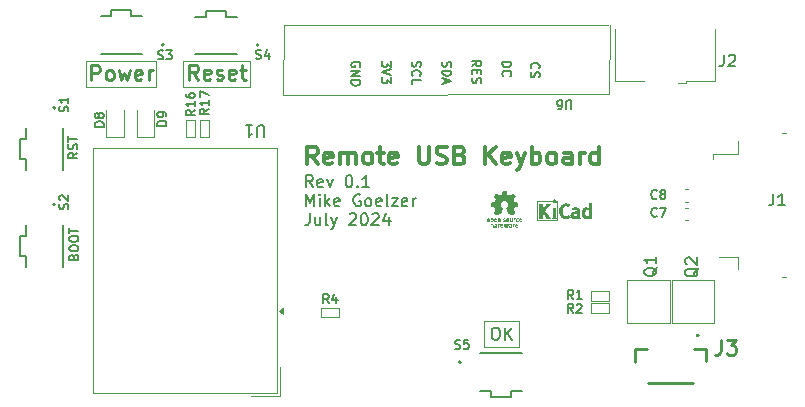
<source format=gbr>
%TF.GenerationSoftware,KiCad,Pcbnew,8.0.1*%
%TF.CreationDate,2024-09-08T05:12:41-06:00*%
%TF.ProjectId,USBHIDKey,55534248-4944-44b6-9579-2e6b69636164,rev?*%
%TF.SameCoordinates,Original*%
%TF.FileFunction,Legend,Top*%
%TF.FilePolarity,Positive*%
%FSLAX46Y46*%
G04 Gerber Fmt 4.6, Leading zero omitted, Abs format (unit mm)*
G04 Created by KiCad (PCBNEW 8.0.1) date 2024-09-08 05:12:41*
%MOMM*%
%LPD*%
G01*
G04 APERTURE LIST*
%ADD10C,0.100000*%
%ADD11C,0.127000*%
%ADD12C,0.375000*%
%ADD13C,0.254000*%
%ADD14C,0.200000*%
%ADD15C,0.203200*%
%ADD16C,0.152400*%
%ADD17C,0.150000*%
%ADD18C,0.120000*%
%ADD19C,0.000000*%
G04 APERTURE END LIST*
D10*
X202742800Y-54381400D02*
X208381600Y-54381400D01*
X208381600Y-56591200D01*
X202742800Y-56591200D01*
X202742800Y-54381400D01*
X194538600Y-54406800D02*
X200482200Y-54406800D01*
X200482200Y-56616600D01*
X194538600Y-56616600D01*
X194538600Y-54406800D01*
X228219000Y-76403200D02*
X231216200Y-76403200D01*
X231216200Y-78613000D01*
X228219000Y-78613000D01*
X228219000Y-76403200D01*
D11*
X193480798Y-71007419D02*
X193517084Y-70898562D01*
X193517084Y-70898562D02*
X193553370Y-70862276D01*
X193553370Y-70862276D02*
X193625941Y-70825990D01*
X193625941Y-70825990D02*
X193734798Y-70825990D01*
X193734798Y-70825990D02*
X193807370Y-70862276D01*
X193807370Y-70862276D02*
X193843656Y-70898562D01*
X193843656Y-70898562D02*
X193879941Y-70971133D01*
X193879941Y-70971133D02*
X193879941Y-71261419D01*
X193879941Y-71261419D02*
X193117941Y-71261419D01*
X193117941Y-71261419D02*
X193117941Y-71007419D01*
X193117941Y-71007419D02*
X193154227Y-70934848D01*
X193154227Y-70934848D02*
X193190513Y-70898562D01*
X193190513Y-70898562D02*
X193263084Y-70862276D01*
X193263084Y-70862276D02*
X193335656Y-70862276D01*
X193335656Y-70862276D02*
X193408227Y-70898562D01*
X193408227Y-70898562D02*
X193444513Y-70934848D01*
X193444513Y-70934848D02*
X193480798Y-71007419D01*
X193480798Y-71007419D02*
X193480798Y-71261419D01*
X193117941Y-70354276D02*
X193117941Y-70209133D01*
X193117941Y-70209133D02*
X193154227Y-70136562D01*
X193154227Y-70136562D02*
X193226798Y-70063990D01*
X193226798Y-70063990D02*
X193371941Y-70027705D01*
X193371941Y-70027705D02*
X193625941Y-70027705D01*
X193625941Y-70027705D02*
X193771084Y-70063990D01*
X193771084Y-70063990D02*
X193843656Y-70136562D01*
X193843656Y-70136562D02*
X193879941Y-70209133D01*
X193879941Y-70209133D02*
X193879941Y-70354276D01*
X193879941Y-70354276D02*
X193843656Y-70426848D01*
X193843656Y-70426848D02*
X193771084Y-70499419D01*
X193771084Y-70499419D02*
X193625941Y-70535705D01*
X193625941Y-70535705D02*
X193371941Y-70535705D01*
X193371941Y-70535705D02*
X193226798Y-70499419D01*
X193226798Y-70499419D02*
X193154227Y-70426848D01*
X193154227Y-70426848D02*
X193117941Y-70354276D01*
X193117941Y-69555990D02*
X193117941Y-69410847D01*
X193117941Y-69410847D02*
X193154227Y-69338276D01*
X193154227Y-69338276D02*
X193226798Y-69265704D01*
X193226798Y-69265704D02*
X193371941Y-69229419D01*
X193371941Y-69229419D02*
X193625941Y-69229419D01*
X193625941Y-69229419D02*
X193771084Y-69265704D01*
X193771084Y-69265704D02*
X193843656Y-69338276D01*
X193843656Y-69338276D02*
X193879941Y-69410847D01*
X193879941Y-69410847D02*
X193879941Y-69555990D01*
X193879941Y-69555990D02*
X193843656Y-69628562D01*
X193843656Y-69628562D02*
X193771084Y-69701133D01*
X193771084Y-69701133D02*
X193625941Y-69737419D01*
X193625941Y-69737419D02*
X193371941Y-69737419D01*
X193371941Y-69737419D02*
X193226798Y-69701133D01*
X193226798Y-69701133D02*
X193154227Y-69628562D01*
X193154227Y-69628562D02*
X193117941Y-69555990D01*
X193117941Y-69011704D02*
X193117941Y-68576276D01*
X193879941Y-68793990D02*
X193117941Y-68793990D01*
D12*
X214135195Y-63169928D02*
X213635195Y-62455642D01*
X213278052Y-63169928D02*
X213278052Y-61669928D01*
X213278052Y-61669928D02*
X213849481Y-61669928D01*
X213849481Y-61669928D02*
X213992338Y-61741357D01*
X213992338Y-61741357D02*
X214063767Y-61812785D01*
X214063767Y-61812785D02*
X214135195Y-61955642D01*
X214135195Y-61955642D02*
X214135195Y-62169928D01*
X214135195Y-62169928D02*
X214063767Y-62312785D01*
X214063767Y-62312785D02*
X213992338Y-62384214D01*
X213992338Y-62384214D02*
X213849481Y-62455642D01*
X213849481Y-62455642D02*
X213278052Y-62455642D01*
X215349481Y-63098500D02*
X215206624Y-63169928D01*
X215206624Y-63169928D02*
X214920910Y-63169928D01*
X214920910Y-63169928D02*
X214778052Y-63098500D01*
X214778052Y-63098500D02*
X214706624Y-62955642D01*
X214706624Y-62955642D02*
X214706624Y-62384214D01*
X214706624Y-62384214D02*
X214778052Y-62241357D01*
X214778052Y-62241357D02*
X214920910Y-62169928D01*
X214920910Y-62169928D02*
X215206624Y-62169928D01*
X215206624Y-62169928D02*
X215349481Y-62241357D01*
X215349481Y-62241357D02*
X215420910Y-62384214D01*
X215420910Y-62384214D02*
X215420910Y-62527071D01*
X215420910Y-62527071D02*
X214706624Y-62669928D01*
X216063766Y-63169928D02*
X216063766Y-62169928D01*
X216063766Y-62312785D02*
X216135195Y-62241357D01*
X216135195Y-62241357D02*
X216278052Y-62169928D01*
X216278052Y-62169928D02*
X216492338Y-62169928D01*
X216492338Y-62169928D02*
X216635195Y-62241357D01*
X216635195Y-62241357D02*
X216706624Y-62384214D01*
X216706624Y-62384214D02*
X216706624Y-63169928D01*
X216706624Y-62384214D02*
X216778052Y-62241357D01*
X216778052Y-62241357D02*
X216920909Y-62169928D01*
X216920909Y-62169928D02*
X217135195Y-62169928D01*
X217135195Y-62169928D02*
X217278052Y-62241357D01*
X217278052Y-62241357D02*
X217349481Y-62384214D01*
X217349481Y-62384214D02*
X217349481Y-63169928D01*
X218278052Y-63169928D02*
X218135195Y-63098500D01*
X218135195Y-63098500D02*
X218063766Y-63027071D01*
X218063766Y-63027071D02*
X217992338Y-62884214D01*
X217992338Y-62884214D02*
X217992338Y-62455642D01*
X217992338Y-62455642D02*
X218063766Y-62312785D01*
X218063766Y-62312785D02*
X218135195Y-62241357D01*
X218135195Y-62241357D02*
X218278052Y-62169928D01*
X218278052Y-62169928D02*
X218492338Y-62169928D01*
X218492338Y-62169928D02*
X218635195Y-62241357D01*
X218635195Y-62241357D02*
X218706624Y-62312785D01*
X218706624Y-62312785D02*
X218778052Y-62455642D01*
X218778052Y-62455642D02*
X218778052Y-62884214D01*
X218778052Y-62884214D02*
X218706624Y-63027071D01*
X218706624Y-63027071D02*
X218635195Y-63098500D01*
X218635195Y-63098500D02*
X218492338Y-63169928D01*
X218492338Y-63169928D02*
X218278052Y-63169928D01*
X219206624Y-62169928D02*
X219778052Y-62169928D01*
X219420909Y-61669928D02*
X219420909Y-62955642D01*
X219420909Y-62955642D02*
X219492338Y-63098500D01*
X219492338Y-63098500D02*
X219635195Y-63169928D01*
X219635195Y-63169928D02*
X219778052Y-63169928D01*
X220849481Y-63098500D02*
X220706624Y-63169928D01*
X220706624Y-63169928D02*
X220420910Y-63169928D01*
X220420910Y-63169928D02*
X220278052Y-63098500D01*
X220278052Y-63098500D02*
X220206624Y-62955642D01*
X220206624Y-62955642D02*
X220206624Y-62384214D01*
X220206624Y-62384214D02*
X220278052Y-62241357D01*
X220278052Y-62241357D02*
X220420910Y-62169928D01*
X220420910Y-62169928D02*
X220706624Y-62169928D01*
X220706624Y-62169928D02*
X220849481Y-62241357D01*
X220849481Y-62241357D02*
X220920910Y-62384214D01*
X220920910Y-62384214D02*
X220920910Y-62527071D01*
X220920910Y-62527071D02*
X220206624Y-62669928D01*
X222706623Y-61669928D02*
X222706623Y-62884214D01*
X222706623Y-62884214D02*
X222778052Y-63027071D01*
X222778052Y-63027071D02*
X222849481Y-63098500D01*
X222849481Y-63098500D02*
X222992338Y-63169928D01*
X222992338Y-63169928D02*
X223278052Y-63169928D01*
X223278052Y-63169928D02*
X223420909Y-63098500D01*
X223420909Y-63098500D02*
X223492338Y-63027071D01*
X223492338Y-63027071D02*
X223563766Y-62884214D01*
X223563766Y-62884214D02*
X223563766Y-61669928D01*
X224206624Y-63098500D02*
X224420910Y-63169928D01*
X224420910Y-63169928D02*
X224778052Y-63169928D01*
X224778052Y-63169928D02*
X224920910Y-63098500D01*
X224920910Y-63098500D02*
X224992338Y-63027071D01*
X224992338Y-63027071D02*
X225063767Y-62884214D01*
X225063767Y-62884214D02*
X225063767Y-62741357D01*
X225063767Y-62741357D02*
X224992338Y-62598500D01*
X224992338Y-62598500D02*
X224920910Y-62527071D01*
X224920910Y-62527071D02*
X224778052Y-62455642D01*
X224778052Y-62455642D02*
X224492338Y-62384214D01*
X224492338Y-62384214D02*
X224349481Y-62312785D01*
X224349481Y-62312785D02*
X224278052Y-62241357D01*
X224278052Y-62241357D02*
X224206624Y-62098500D01*
X224206624Y-62098500D02*
X224206624Y-61955642D01*
X224206624Y-61955642D02*
X224278052Y-61812785D01*
X224278052Y-61812785D02*
X224349481Y-61741357D01*
X224349481Y-61741357D02*
X224492338Y-61669928D01*
X224492338Y-61669928D02*
X224849481Y-61669928D01*
X224849481Y-61669928D02*
X225063767Y-61741357D01*
X226206623Y-62384214D02*
X226420909Y-62455642D01*
X226420909Y-62455642D02*
X226492338Y-62527071D01*
X226492338Y-62527071D02*
X226563766Y-62669928D01*
X226563766Y-62669928D02*
X226563766Y-62884214D01*
X226563766Y-62884214D02*
X226492338Y-63027071D01*
X226492338Y-63027071D02*
X226420909Y-63098500D01*
X226420909Y-63098500D02*
X226278052Y-63169928D01*
X226278052Y-63169928D02*
X225706623Y-63169928D01*
X225706623Y-63169928D02*
X225706623Y-61669928D01*
X225706623Y-61669928D02*
X226206623Y-61669928D01*
X226206623Y-61669928D02*
X226349481Y-61741357D01*
X226349481Y-61741357D02*
X226420909Y-61812785D01*
X226420909Y-61812785D02*
X226492338Y-61955642D01*
X226492338Y-61955642D02*
X226492338Y-62098500D01*
X226492338Y-62098500D02*
X226420909Y-62241357D01*
X226420909Y-62241357D02*
X226349481Y-62312785D01*
X226349481Y-62312785D02*
X226206623Y-62384214D01*
X226206623Y-62384214D02*
X225706623Y-62384214D01*
X228349480Y-63169928D02*
X228349480Y-61669928D01*
X229206623Y-63169928D02*
X228563766Y-62312785D01*
X229206623Y-61669928D02*
X228349480Y-62527071D01*
X230420909Y-63098500D02*
X230278052Y-63169928D01*
X230278052Y-63169928D02*
X229992338Y-63169928D01*
X229992338Y-63169928D02*
X229849480Y-63098500D01*
X229849480Y-63098500D02*
X229778052Y-62955642D01*
X229778052Y-62955642D02*
X229778052Y-62384214D01*
X229778052Y-62384214D02*
X229849480Y-62241357D01*
X229849480Y-62241357D02*
X229992338Y-62169928D01*
X229992338Y-62169928D02*
X230278052Y-62169928D01*
X230278052Y-62169928D02*
X230420909Y-62241357D01*
X230420909Y-62241357D02*
X230492338Y-62384214D01*
X230492338Y-62384214D02*
X230492338Y-62527071D01*
X230492338Y-62527071D02*
X229778052Y-62669928D01*
X230992337Y-62169928D02*
X231349480Y-63169928D01*
X231706623Y-62169928D02*
X231349480Y-63169928D01*
X231349480Y-63169928D02*
X231206623Y-63527071D01*
X231206623Y-63527071D02*
X231135194Y-63598500D01*
X231135194Y-63598500D02*
X230992337Y-63669928D01*
X232278051Y-63169928D02*
X232278051Y-61669928D01*
X232278051Y-62241357D02*
X232420909Y-62169928D01*
X232420909Y-62169928D02*
X232706623Y-62169928D01*
X232706623Y-62169928D02*
X232849480Y-62241357D01*
X232849480Y-62241357D02*
X232920909Y-62312785D01*
X232920909Y-62312785D02*
X232992337Y-62455642D01*
X232992337Y-62455642D02*
X232992337Y-62884214D01*
X232992337Y-62884214D02*
X232920909Y-63027071D01*
X232920909Y-63027071D02*
X232849480Y-63098500D01*
X232849480Y-63098500D02*
X232706623Y-63169928D01*
X232706623Y-63169928D02*
X232420909Y-63169928D01*
X232420909Y-63169928D02*
X232278051Y-63098500D01*
X233849480Y-63169928D02*
X233706623Y-63098500D01*
X233706623Y-63098500D02*
X233635194Y-63027071D01*
X233635194Y-63027071D02*
X233563766Y-62884214D01*
X233563766Y-62884214D02*
X233563766Y-62455642D01*
X233563766Y-62455642D02*
X233635194Y-62312785D01*
X233635194Y-62312785D02*
X233706623Y-62241357D01*
X233706623Y-62241357D02*
X233849480Y-62169928D01*
X233849480Y-62169928D02*
X234063766Y-62169928D01*
X234063766Y-62169928D02*
X234206623Y-62241357D01*
X234206623Y-62241357D02*
X234278052Y-62312785D01*
X234278052Y-62312785D02*
X234349480Y-62455642D01*
X234349480Y-62455642D02*
X234349480Y-62884214D01*
X234349480Y-62884214D02*
X234278052Y-63027071D01*
X234278052Y-63027071D02*
X234206623Y-63098500D01*
X234206623Y-63098500D02*
X234063766Y-63169928D01*
X234063766Y-63169928D02*
X233849480Y-63169928D01*
X235635195Y-63169928D02*
X235635195Y-62384214D01*
X235635195Y-62384214D02*
X235563766Y-62241357D01*
X235563766Y-62241357D02*
X235420909Y-62169928D01*
X235420909Y-62169928D02*
X235135195Y-62169928D01*
X235135195Y-62169928D02*
X234992337Y-62241357D01*
X235635195Y-63098500D02*
X235492337Y-63169928D01*
X235492337Y-63169928D02*
X235135195Y-63169928D01*
X235135195Y-63169928D02*
X234992337Y-63098500D01*
X234992337Y-63098500D02*
X234920909Y-62955642D01*
X234920909Y-62955642D02*
X234920909Y-62812785D01*
X234920909Y-62812785D02*
X234992337Y-62669928D01*
X234992337Y-62669928D02*
X235135195Y-62598500D01*
X235135195Y-62598500D02*
X235492337Y-62598500D01*
X235492337Y-62598500D02*
X235635195Y-62527071D01*
X236349480Y-63169928D02*
X236349480Y-62169928D01*
X236349480Y-62455642D02*
X236420909Y-62312785D01*
X236420909Y-62312785D02*
X236492338Y-62241357D01*
X236492338Y-62241357D02*
X236635195Y-62169928D01*
X236635195Y-62169928D02*
X236778052Y-62169928D01*
X237920909Y-63169928D02*
X237920909Y-61669928D01*
X237920909Y-63098500D02*
X237778051Y-63169928D01*
X237778051Y-63169928D02*
X237492337Y-63169928D01*
X237492337Y-63169928D02*
X237349480Y-63098500D01*
X237349480Y-63098500D02*
X237278051Y-63027071D01*
X237278051Y-63027071D02*
X237206623Y-62884214D01*
X237206623Y-62884214D02*
X237206623Y-62455642D01*
X237206623Y-62455642D02*
X237278051Y-62312785D01*
X237278051Y-62312785D02*
X237349480Y-62241357D01*
X237349480Y-62241357D02*
X237492337Y-62169928D01*
X237492337Y-62169928D02*
X237778051Y-62169928D01*
X237778051Y-62169928D02*
X237920909Y-62241357D01*
D13*
X204014200Y-55990768D02*
X203590866Y-55386006D01*
X203288485Y-55990768D02*
X203288485Y-54720768D01*
X203288485Y-54720768D02*
X203772295Y-54720768D01*
X203772295Y-54720768D02*
X203893247Y-54781244D01*
X203893247Y-54781244D02*
X203953724Y-54841720D01*
X203953724Y-54841720D02*
X204014200Y-54962672D01*
X204014200Y-54962672D02*
X204014200Y-55144101D01*
X204014200Y-55144101D02*
X203953724Y-55265053D01*
X203953724Y-55265053D02*
X203893247Y-55325530D01*
X203893247Y-55325530D02*
X203772295Y-55386006D01*
X203772295Y-55386006D02*
X203288485Y-55386006D01*
X205042295Y-55930292D02*
X204921343Y-55990768D01*
X204921343Y-55990768D02*
X204679438Y-55990768D01*
X204679438Y-55990768D02*
X204558485Y-55930292D01*
X204558485Y-55930292D02*
X204498009Y-55809339D01*
X204498009Y-55809339D02*
X204498009Y-55325530D01*
X204498009Y-55325530D02*
X204558485Y-55204577D01*
X204558485Y-55204577D02*
X204679438Y-55144101D01*
X204679438Y-55144101D02*
X204921343Y-55144101D01*
X204921343Y-55144101D02*
X205042295Y-55204577D01*
X205042295Y-55204577D02*
X205102771Y-55325530D01*
X205102771Y-55325530D02*
X205102771Y-55446482D01*
X205102771Y-55446482D02*
X204498009Y-55567434D01*
X205586580Y-55930292D02*
X205707533Y-55990768D01*
X205707533Y-55990768D02*
X205949437Y-55990768D01*
X205949437Y-55990768D02*
X206070390Y-55930292D01*
X206070390Y-55930292D02*
X206130866Y-55809339D01*
X206130866Y-55809339D02*
X206130866Y-55748863D01*
X206130866Y-55748863D02*
X206070390Y-55627911D01*
X206070390Y-55627911D02*
X205949437Y-55567434D01*
X205949437Y-55567434D02*
X205768009Y-55567434D01*
X205768009Y-55567434D02*
X205647056Y-55506958D01*
X205647056Y-55506958D02*
X205586580Y-55386006D01*
X205586580Y-55386006D02*
X205586580Y-55325530D01*
X205586580Y-55325530D02*
X205647056Y-55204577D01*
X205647056Y-55204577D02*
X205768009Y-55144101D01*
X205768009Y-55144101D02*
X205949437Y-55144101D01*
X205949437Y-55144101D02*
X206070390Y-55204577D01*
X207158961Y-55930292D02*
X207038009Y-55990768D01*
X207038009Y-55990768D02*
X206796104Y-55990768D01*
X206796104Y-55990768D02*
X206675151Y-55930292D01*
X206675151Y-55930292D02*
X206614675Y-55809339D01*
X206614675Y-55809339D02*
X206614675Y-55325530D01*
X206614675Y-55325530D02*
X206675151Y-55204577D01*
X206675151Y-55204577D02*
X206796104Y-55144101D01*
X206796104Y-55144101D02*
X207038009Y-55144101D01*
X207038009Y-55144101D02*
X207158961Y-55204577D01*
X207158961Y-55204577D02*
X207219437Y-55325530D01*
X207219437Y-55325530D02*
X207219437Y-55446482D01*
X207219437Y-55446482D02*
X206614675Y-55567434D01*
X207582294Y-55144101D02*
X208066103Y-55144101D01*
X207763722Y-54720768D02*
X207763722Y-55809339D01*
X207763722Y-55809339D02*
X207824199Y-55930292D01*
X207824199Y-55930292D02*
X207945151Y-55990768D01*
X207945151Y-55990768D02*
X208066103Y-55990768D01*
X194982685Y-56041568D02*
X194982685Y-54771568D01*
X194982685Y-54771568D02*
X195466495Y-54771568D01*
X195466495Y-54771568D02*
X195587447Y-54832044D01*
X195587447Y-54832044D02*
X195647924Y-54892520D01*
X195647924Y-54892520D02*
X195708400Y-55013472D01*
X195708400Y-55013472D02*
X195708400Y-55194901D01*
X195708400Y-55194901D02*
X195647924Y-55315853D01*
X195647924Y-55315853D02*
X195587447Y-55376330D01*
X195587447Y-55376330D02*
X195466495Y-55436806D01*
X195466495Y-55436806D02*
X194982685Y-55436806D01*
X196434114Y-56041568D02*
X196313162Y-55981092D01*
X196313162Y-55981092D02*
X196252685Y-55920615D01*
X196252685Y-55920615D02*
X196192209Y-55799663D01*
X196192209Y-55799663D02*
X196192209Y-55436806D01*
X196192209Y-55436806D02*
X196252685Y-55315853D01*
X196252685Y-55315853D02*
X196313162Y-55255377D01*
X196313162Y-55255377D02*
X196434114Y-55194901D01*
X196434114Y-55194901D02*
X196615543Y-55194901D01*
X196615543Y-55194901D02*
X196736495Y-55255377D01*
X196736495Y-55255377D02*
X196796971Y-55315853D01*
X196796971Y-55315853D02*
X196857447Y-55436806D01*
X196857447Y-55436806D02*
X196857447Y-55799663D01*
X196857447Y-55799663D02*
X196796971Y-55920615D01*
X196796971Y-55920615D02*
X196736495Y-55981092D01*
X196736495Y-55981092D02*
X196615543Y-56041568D01*
X196615543Y-56041568D02*
X196434114Y-56041568D01*
X197280781Y-55194901D02*
X197522686Y-56041568D01*
X197522686Y-56041568D02*
X197764591Y-55436806D01*
X197764591Y-55436806D02*
X198006495Y-56041568D01*
X198006495Y-56041568D02*
X198248400Y-55194901D01*
X199216019Y-55981092D02*
X199095067Y-56041568D01*
X199095067Y-56041568D02*
X198853162Y-56041568D01*
X198853162Y-56041568D02*
X198732209Y-55981092D01*
X198732209Y-55981092D02*
X198671733Y-55860139D01*
X198671733Y-55860139D02*
X198671733Y-55376330D01*
X198671733Y-55376330D02*
X198732209Y-55255377D01*
X198732209Y-55255377D02*
X198853162Y-55194901D01*
X198853162Y-55194901D02*
X199095067Y-55194901D01*
X199095067Y-55194901D02*
X199216019Y-55255377D01*
X199216019Y-55255377D02*
X199276495Y-55376330D01*
X199276495Y-55376330D02*
X199276495Y-55497282D01*
X199276495Y-55497282D02*
X198671733Y-55618234D01*
X199820780Y-56041568D02*
X199820780Y-55194901D01*
X199820780Y-55436806D02*
X199881257Y-55315853D01*
X199881257Y-55315853D02*
X199941733Y-55255377D01*
X199941733Y-55255377D02*
X200062685Y-55194901D01*
X200062685Y-55194901D02*
X200183638Y-55194901D01*
D14*
X213742301Y-65100331D02*
X213408968Y-64624140D01*
X213170873Y-65100331D02*
X213170873Y-64100331D01*
X213170873Y-64100331D02*
X213551825Y-64100331D01*
X213551825Y-64100331D02*
X213647063Y-64147950D01*
X213647063Y-64147950D02*
X213694682Y-64195569D01*
X213694682Y-64195569D02*
X213742301Y-64290807D01*
X213742301Y-64290807D02*
X213742301Y-64433664D01*
X213742301Y-64433664D02*
X213694682Y-64528902D01*
X213694682Y-64528902D02*
X213647063Y-64576521D01*
X213647063Y-64576521D02*
X213551825Y-64624140D01*
X213551825Y-64624140D02*
X213170873Y-64624140D01*
X214551825Y-65052712D02*
X214456587Y-65100331D01*
X214456587Y-65100331D02*
X214266111Y-65100331D01*
X214266111Y-65100331D02*
X214170873Y-65052712D01*
X214170873Y-65052712D02*
X214123254Y-64957473D01*
X214123254Y-64957473D02*
X214123254Y-64576521D01*
X214123254Y-64576521D02*
X214170873Y-64481283D01*
X214170873Y-64481283D02*
X214266111Y-64433664D01*
X214266111Y-64433664D02*
X214456587Y-64433664D01*
X214456587Y-64433664D02*
X214551825Y-64481283D01*
X214551825Y-64481283D02*
X214599444Y-64576521D01*
X214599444Y-64576521D02*
X214599444Y-64671759D01*
X214599444Y-64671759D02*
X214123254Y-64766997D01*
X214932778Y-64433664D02*
X215170873Y-65100331D01*
X215170873Y-65100331D02*
X215408968Y-64433664D01*
X216742302Y-64100331D02*
X216837540Y-64100331D01*
X216837540Y-64100331D02*
X216932778Y-64147950D01*
X216932778Y-64147950D02*
X216980397Y-64195569D01*
X216980397Y-64195569D02*
X217028016Y-64290807D01*
X217028016Y-64290807D02*
X217075635Y-64481283D01*
X217075635Y-64481283D02*
X217075635Y-64719378D01*
X217075635Y-64719378D02*
X217028016Y-64909854D01*
X217028016Y-64909854D02*
X216980397Y-65005092D01*
X216980397Y-65005092D02*
X216932778Y-65052712D01*
X216932778Y-65052712D02*
X216837540Y-65100331D01*
X216837540Y-65100331D02*
X216742302Y-65100331D01*
X216742302Y-65100331D02*
X216647064Y-65052712D01*
X216647064Y-65052712D02*
X216599445Y-65005092D01*
X216599445Y-65005092D02*
X216551826Y-64909854D01*
X216551826Y-64909854D02*
X216504207Y-64719378D01*
X216504207Y-64719378D02*
X216504207Y-64481283D01*
X216504207Y-64481283D02*
X216551826Y-64290807D01*
X216551826Y-64290807D02*
X216599445Y-64195569D01*
X216599445Y-64195569D02*
X216647064Y-64147950D01*
X216647064Y-64147950D02*
X216742302Y-64100331D01*
X217504207Y-65005092D02*
X217551826Y-65052712D01*
X217551826Y-65052712D02*
X217504207Y-65100331D01*
X217504207Y-65100331D02*
X217456588Y-65052712D01*
X217456588Y-65052712D02*
X217504207Y-65005092D01*
X217504207Y-65005092D02*
X217504207Y-65100331D01*
X218504206Y-65100331D02*
X217932778Y-65100331D01*
X218218492Y-65100331D02*
X218218492Y-64100331D01*
X218218492Y-64100331D02*
X218123254Y-64243188D01*
X218123254Y-64243188D02*
X218028016Y-64338426D01*
X218028016Y-64338426D02*
X217932778Y-64386045D01*
X213170873Y-66710275D02*
X213170873Y-65710275D01*
X213170873Y-65710275D02*
X213504206Y-66424560D01*
X213504206Y-66424560D02*
X213837539Y-65710275D01*
X213837539Y-65710275D02*
X213837539Y-66710275D01*
X214313730Y-66710275D02*
X214313730Y-66043608D01*
X214313730Y-65710275D02*
X214266111Y-65757894D01*
X214266111Y-65757894D02*
X214313730Y-65805513D01*
X214313730Y-65805513D02*
X214361349Y-65757894D01*
X214361349Y-65757894D02*
X214313730Y-65710275D01*
X214313730Y-65710275D02*
X214313730Y-65805513D01*
X214789920Y-66710275D02*
X214789920Y-65710275D01*
X214885158Y-66329322D02*
X215170872Y-66710275D01*
X215170872Y-66043608D02*
X214789920Y-66424560D01*
X215980396Y-66662656D02*
X215885158Y-66710275D01*
X215885158Y-66710275D02*
X215694682Y-66710275D01*
X215694682Y-66710275D02*
X215599444Y-66662656D01*
X215599444Y-66662656D02*
X215551825Y-66567417D01*
X215551825Y-66567417D02*
X215551825Y-66186465D01*
X215551825Y-66186465D02*
X215599444Y-66091227D01*
X215599444Y-66091227D02*
X215694682Y-66043608D01*
X215694682Y-66043608D02*
X215885158Y-66043608D01*
X215885158Y-66043608D02*
X215980396Y-66091227D01*
X215980396Y-66091227D02*
X216028015Y-66186465D01*
X216028015Y-66186465D02*
X216028015Y-66281703D01*
X216028015Y-66281703D02*
X215551825Y-66376941D01*
X217742301Y-65757894D02*
X217647063Y-65710275D01*
X217647063Y-65710275D02*
X217504206Y-65710275D01*
X217504206Y-65710275D02*
X217361349Y-65757894D01*
X217361349Y-65757894D02*
X217266111Y-65853132D01*
X217266111Y-65853132D02*
X217218492Y-65948370D01*
X217218492Y-65948370D02*
X217170873Y-66138846D01*
X217170873Y-66138846D02*
X217170873Y-66281703D01*
X217170873Y-66281703D02*
X217218492Y-66472179D01*
X217218492Y-66472179D02*
X217266111Y-66567417D01*
X217266111Y-66567417D02*
X217361349Y-66662656D01*
X217361349Y-66662656D02*
X217504206Y-66710275D01*
X217504206Y-66710275D02*
X217599444Y-66710275D01*
X217599444Y-66710275D02*
X217742301Y-66662656D01*
X217742301Y-66662656D02*
X217789920Y-66615036D01*
X217789920Y-66615036D02*
X217789920Y-66281703D01*
X217789920Y-66281703D02*
X217599444Y-66281703D01*
X218361349Y-66710275D02*
X218266111Y-66662656D01*
X218266111Y-66662656D02*
X218218492Y-66615036D01*
X218218492Y-66615036D02*
X218170873Y-66519798D01*
X218170873Y-66519798D02*
X218170873Y-66234084D01*
X218170873Y-66234084D02*
X218218492Y-66138846D01*
X218218492Y-66138846D02*
X218266111Y-66091227D01*
X218266111Y-66091227D02*
X218361349Y-66043608D01*
X218361349Y-66043608D02*
X218504206Y-66043608D01*
X218504206Y-66043608D02*
X218599444Y-66091227D01*
X218599444Y-66091227D02*
X218647063Y-66138846D01*
X218647063Y-66138846D02*
X218694682Y-66234084D01*
X218694682Y-66234084D02*
X218694682Y-66519798D01*
X218694682Y-66519798D02*
X218647063Y-66615036D01*
X218647063Y-66615036D02*
X218599444Y-66662656D01*
X218599444Y-66662656D02*
X218504206Y-66710275D01*
X218504206Y-66710275D02*
X218361349Y-66710275D01*
X219504206Y-66662656D02*
X219408968Y-66710275D01*
X219408968Y-66710275D02*
X219218492Y-66710275D01*
X219218492Y-66710275D02*
X219123254Y-66662656D01*
X219123254Y-66662656D02*
X219075635Y-66567417D01*
X219075635Y-66567417D02*
X219075635Y-66186465D01*
X219075635Y-66186465D02*
X219123254Y-66091227D01*
X219123254Y-66091227D02*
X219218492Y-66043608D01*
X219218492Y-66043608D02*
X219408968Y-66043608D01*
X219408968Y-66043608D02*
X219504206Y-66091227D01*
X219504206Y-66091227D02*
X219551825Y-66186465D01*
X219551825Y-66186465D02*
X219551825Y-66281703D01*
X219551825Y-66281703D02*
X219075635Y-66376941D01*
X220123254Y-66710275D02*
X220028016Y-66662656D01*
X220028016Y-66662656D02*
X219980397Y-66567417D01*
X219980397Y-66567417D02*
X219980397Y-65710275D01*
X220408969Y-66043608D02*
X220932778Y-66043608D01*
X220932778Y-66043608D02*
X220408969Y-66710275D01*
X220408969Y-66710275D02*
X220932778Y-66710275D01*
X221694683Y-66662656D02*
X221599445Y-66710275D01*
X221599445Y-66710275D02*
X221408969Y-66710275D01*
X221408969Y-66710275D02*
X221313731Y-66662656D01*
X221313731Y-66662656D02*
X221266112Y-66567417D01*
X221266112Y-66567417D02*
X221266112Y-66186465D01*
X221266112Y-66186465D02*
X221313731Y-66091227D01*
X221313731Y-66091227D02*
X221408969Y-66043608D01*
X221408969Y-66043608D02*
X221599445Y-66043608D01*
X221599445Y-66043608D02*
X221694683Y-66091227D01*
X221694683Y-66091227D02*
X221742302Y-66186465D01*
X221742302Y-66186465D02*
X221742302Y-66281703D01*
X221742302Y-66281703D02*
X221266112Y-66376941D01*
X222170874Y-66710275D02*
X222170874Y-66043608D01*
X222170874Y-66234084D02*
X222218493Y-66138846D01*
X222218493Y-66138846D02*
X222266112Y-66091227D01*
X222266112Y-66091227D02*
X222361350Y-66043608D01*
X222361350Y-66043608D02*
X222456588Y-66043608D01*
X213456587Y-67320219D02*
X213456587Y-68034504D01*
X213456587Y-68034504D02*
X213408968Y-68177361D01*
X213408968Y-68177361D02*
X213313730Y-68272600D01*
X213313730Y-68272600D02*
X213170873Y-68320219D01*
X213170873Y-68320219D02*
X213075635Y-68320219D01*
X214361349Y-67653552D02*
X214361349Y-68320219D01*
X213932778Y-67653552D02*
X213932778Y-68177361D01*
X213932778Y-68177361D02*
X213980397Y-68272600D01*
X213980397Y-68272600D02*
X214075635Y-68320219D01*
X214075635Y-68320219D02*
X214218492Y-68320219D01*
X214218492Y-68320219D02*
X214313730Y-68272600D01*
X214313730Y-68272600D02*
X214361349Y-68224980D01*
X214980397Y-68320219D02*
X214885159Y-68272600D01*
X214885159Y-68272600D02*
X214837540Y-68177361D01*
X214837540Y-68177361D02*
X214837540Y-67320219D01*
X215266112Y-67653552D02*
X215504207Y-68320219D01*
X215742302Y-67653552D02*
X215504207Y-68320219D01*
X215504207Y-68320219D02*
X215408969Y-68558314D01*
X215408969Y-68558314D02*
X215361350Y-68605933D01*
X215361350Y-68605933D02*
X215266112Y-68653552D01*
X216837541Y-67415457D02*
X216885160Y-67367838D01*
X216885160Y-67367838D02*
X216980398Y-67320219D01*
X216980398Y-67320219D02*
X217218493Y-67320219D01*
X217218493Y-67320219D02*
X217313731Y-67367838D01*
X217313731Y-67367838D02*
X217361350Y-67415457D01*
X217361350Y-67415457D02*
X217408969Y-67510695D01*
X217408969Y-67510695D02*
X217408969Y-67605933D01*
X217408969Y-67605933D02*
X217361350Y-67748790D01*
X217361350Y-67748790D02*
X216789922Y-68320219D01*
X216789922Y-68320219D02*
X217408969Y-68320219D01*
X218028017Y-67320219D02*
X218123255Y-67320219D01*
X218123255Y-67320219D02*
X218218493Y-67367838D01*
X218218493Y-67367838D02*
X218266112Y-67415457D01*
X218266112Y-67415457D02*
X218313731Y-67510695D01*
X218313731Y-67510695D02*
X218361350Y-67701171D01*
X218361350Y-67701171D02*
X218361350Y-67939266D01*
X218361350Y-67939266D02*
X218313731Y-68129742D01*
X218313731Y-68129742D02*
X218266112Y-68224980D01*
X218266112Y-68224980D02*
X218218493Y-68272600D01*
X218218493Y-68272600D02*
X218123255Y-68320219D01*
X218123255Y-68320219D02*
X218028017Y-68320219D01*
X218028017Y-68320219D02*
X217932779Y-68272600D01*
X217932779Y-68272600D02*
X217885160Y-68224980D01*
X217885160Y-68224980D02*
X217837541Y-68129742D01*
X217837541Y-68129742D02*
X217789922Y-67939266D01*
X217789922Y-67939266D02*
X217789922Y-67701171D01*
X217789922Y-67701171D02*
X217837541Y-67510695D01*
X217837541Y-67510695D02*
X217885160Y-67415457D01*
X217885160Y-67415457D02*
X217932779Y-67367838D01*
X217932779Y-67367838D02*
X218028017Y-67320219D01*
X218742303Y-67415457D02*
X218789922Y-67367838D01*
X218789922Y-67367838D02*
X218885160Y-67320219D01*
X218885160Y-67320219D02*
X219123255Y-67320219D01*
X219123255Y-67320219D02*
X219218493Y-67367838D01*
X219218493Y-67367838D02*
X219266112Y-67415457D01*
X219266112Y-67415457D02*
X219313731Y-67510695D01*
X219313731Y-67510695D02*
X219313731Y-67605933D01*
X219313731Y-67605933D02*
X219266112Y-67748790D01*
X219266112Y-67748790D02*
X218694684Y-68320219D01*
X218694684Y-68320219D02*
X219313731Y-68320219D01*
X220170874Y-67653552D02*
X220170874Y-68320219D01*
X219932779Y-67272600D02*
X219694684Y-67986885D01*
X219694684Y-67986885D02*
X220313731Y-67986885D01*
D11*
X193803741Y-62189990D02*
X193440884Y-62443990D01*
X193803741Y-62625419D02*
X193041741Y-62625419D01*
X193041741Y-62625419D02*
X193041741Y-62335133D01*
X193041741Y-62335133D02*
X193078027Y-62262562D01*
X193078027Y-62262562D02*
X193114313Y-62226276D01*
X193114313Y-62226276D02*
X193186884Y-62189990D01*
X193186884Y-62189990D02*
X193295741Y-62189990D01*
X193295741Y-62189990D02*
X193368313Y-62226276D01*
X193368313Y-62226276D02*
X193404598Y-62262562D01*
X193404598Y-62262562D02*
X193440884Y-62335133D01*
X193440884Y-62335133D02*
X193440884Y-62625419D01*
X193767456Y-61899705D02*
X193803741Y-61790848D01*
X193803741Y-61790848D02*
X193803741Y-61609419D01*
X193803741Y-61609419D02*
X193767456Y-61536848D01*
X193767456Y-61536848D02*
X193731170Y-61500562D01*
X193731170Y-61500562D02*
X193658598Y-61464276D01*
X193658598Y-61464276D02*
X193586027Y-61464276D01*
X193586027Y-61464276D02*
X193513456Y-61500562D01*
X193513456Y-61500562D02*
X193477170Y-61536848D01*
X193477170Y-61536848D02*
X193440884Y-61609419D01*
X193440884Y-61609419D02*
X193404598Y-61754562D01*
X193404598Y-61754562D02*
X193368313Y-61827133D01*
X193368313Y-61827133D02*
X193332027Y-61863419D01*
X193332027Y-61863419D02*
X193259456Y-61899705D01*
X193259456Y-61899705D02*
X193186884Y-61899705D01*
X193186884Y-61899705D02*
X193114313Y-61863419D01*
X193114313Y-61863419D02*
X193078027Y-61827133D01*
X193078027Y-61827133D02*
X193041741Y-61754562D01*
X193041741Y-61754562D02*
X193041741Y-61573133D01*
X193041741Y-61573133D02*
X193078027Y-61464276D01*
X193041741Y-61246562D02*
X193041741Y-60811134D01*
X193803741Y-61028848D02*
X193041741Y-61028848D01*
D15*
X229118312Y-77004893D02*
X229311836Y-77004893D01*
X229311836Y-77004893D02*
X229408598Y-77053274D01*
X229408598Y-77053274D02*
X229505360Y-77150036D01*
X229505360Y-77150036D02*
X229553741Y-77343560D01*
X229553741Y-77343560D02*
X229553741Y-77682227D01*
X229553741Y-77682227D02*
X229505360Y-77875751D01*
X229505360Y-77875751D02*
X229408598Y-77972513D01*
X229408598Y-77972513D02*
X229311836Y-78020893D01*
X229311836Y-78020893D02*
X229118312Y-78020893D01*
X229118312Y-78020893D02*
X229021550Y-77972513D01*
X229021550Y-77972513D02*
X228924788Y-77875751D01*
X228924788Y-77875751D02*
X228876407Y-77682227D01*
X228876407Y-77682227D02*
X228876407Y-77343560D01*
X228876407Y-77343560D02*
X228924788Y-77150036D01*
X228924788Y-77150036D02*
X229021550Y-77053274D01*
X229021550Y-77053274D02*
X229118312Y-77004893D01*
X229989169Y-78020893D02*
X229989169Y-77004893D01*
X230569741Y-78020893D02*
X230134312Y-77440322D01*
X230569741Y-77004893D02*
X229989169Y-77585465D01*
D16*
X201334790Y-59896828D02*
X200572790Y-59896828D01*
X200572790Y-59896828D02*
X200572790Y-59715399D01*
X200572790Y-59715399D02*
X200609076Y-59606542D01*
X200609076Y-59606542D02*
X200681647Y-59533971D01*
X200681647Y-59533971D02*
X200754219Y-59497685D01*
X200754219Y-59497685D02*
X200899362Y-59461399D01*
X200899362Y-59461399D02*
X201008219Y-59461399D01*
X201008219Y-59461399D02*
X201153362Y-59497685D01*
X201153362Y-59497685D02*
X201225933Y-59533971D01*
X201225933Y-59533971D02*
X201298505Y-59606542D01*
X201298505Y-59606542D02*
X201334790Y-59715399D01*
X201334790Y-59715399D02*
X201334790Y-59896828D01*
X201334790Y-59098542D02*
X201334790Y-58953399D01*
X201334790Y-58953399D02*
X201298505Y-58880828D01*
X201298505Y-58880828D02*
X201262219Y-58844542D01*
X201262219Y-58844542D02*
X201153362Y-58771971D01*
X201153362Y-58771971D02*
X201008219Y-58735685D01*
X201008219Y-58735685D02*
X200717933Y-58735685D01*
X200717933Y-58735685D02*
X200645362Y-58771971D01*
X200645362Y-58771971D02*
X200609076Y-58808257D01*
X200609076Y-58808257D02*
X200572790Y-58880828D01*
X200572790Y-58880828D02*
X200572790Y-59025971D01*
X200572790Y-59025971D02*
X200609076Y-59098542D01*
X200609076Y-59098542D02*
X200645362Y-59134828D01*
X200645362Y-59134828D02*
X200717933Y-59171114D01*
X200717933Y-59171114D02*
X200899362Y-59171114D01*
X200899362Y-59171114D02*
X200971933Y-59134828D01*
X200971933Y-59134828D02*
X201008219Y-59098542D01*
X201008219Y-59098542D02*
X201044505Y-59025971D01*
X201044505Y-59025971D02*
X201044505Y-58880828D01*
X201044505Y-58880828D02*
X201008219Y-58808257D01*
X201008219Y-58808257D02*
X200971933Y-58771971D01*
X200971933Y-58771971D02*
X200899362Y-58735685D01*
D17*
X248510466Y-53887019D02*
X248510466Y-54601304D01*
X248510466Y-54601304D02*
X248462847Y-54744161D01*
X248462847Y-54744161D02*
X248367609Y-54839400D01*
X248367609Y-54839400D02*
X248224752Y-54887019D01*
X248224752Y-54887019D02*
X248129514Y-54887019D01*
X248939038Y-53982257D02*
X248986657Y-53934638D01*
X248986657Y-53934638D02*
X249081895Y-53887019D01*
X249081895Y-53887019D02*
X249319990Y-53887019D01*
X249319990Y-53887019D02*
X249415228Y-53934638D01*
X249415228Y-53934638D02*
X249462847Y-53982257D01*
X249462847Y-53982257D02*
X249510466Y-54077495D01*
X249510466Y-54077495D02*
X249510466Y-54172733D01*
X249510466Y-54172733D02*
X249462847Y-54315590D01*
X249462847Y-54315590D02*
X248891419Y-54887019D01*
X248891419Y-54887019D02*
X249510466Y-54887019D01*
X242866057Y-71901038D02*
X242818438Y-71996276D01*
X242818438Y-71996276D02*
X242723200Y-72091514D01*
X242723200Y-72091514D02*
X242580342Y-72234371D01*
X242580342Y-72234371D02*
X242532723Y-72329609D01*
X242532723Y-72329609D02*
X242532723Y-72424847D01*
X242770819Y-72377228D02*
X242723200Y-72472466D01*
X242723200Y-72472466D02*
X242627961Y-72567704D01*
X242627961Y-72567704D02*
X242437485Y-72615323D01*
X242437485Y-72615323D02*
X242104152Y-72615323D01*
X242104152Y-72615323D02*
X241913676Y-72567704D01*
X241913676Y-72567704D02*
X241818438Y-72472466D01*
X241818438Y-72472466D02*
X241770819Y-72377228D01*
X241770819Y-72377228D02*
X241770819Y-72186752D01*
X241770819Y-72186752D02*
X241818438Y-72091514D01*
X241818438Y-72091514D02*
X241913676Y-71996276D01*
X241913676Y-71996276D02*
X242104152Y-71948657D01*
X242104152Y-71948657D02*
X242437485Y-71948657D01*
X242437485Y-71948657D02*
X242627961Y-71996276D01*
X242627961Y-71996276D02*
X242723200Y-72091514D01*
X242723200Y-72091514D02*
X242770819Y-72186752D01*
X242770819Y-72186752D02*
X242770819Y-72377228D01*
X242770819Y-70996276D02*
X242770819Y-71567704D01*
X242770819Y-71281990D02*
X241770819Y-71281990D01*
X241770819Y-71281990D02*
X241913676Y-71377228D01*
X241913676Y-71377228D02*
X242008914Y-71472466D01*
X242008914Y-71472466D02*
X242056533Y-71567704D01*
D16*
X192992705Y-66950771D02*
X193028990Y-66841914D01*
X193028990Y-66841914D02*
X193028990Y-66660485D01*
X193028990Y-66660485D02*
X192992705Y-66587914D01*
X192992705Y-66587914D02*
X192956419Y-66551628D01*
X192956419Y-66551628D02*
X192883847Y-66515342D01*
X192883847Y-66515342D02*
X192811276Y-66515342D01*
X192811276Y-66515342D02*
X192738705Y-66551628D01*
X192738705Y-66551628D02*
X192702419Y-66587914D01*
X192702419Y-66587914D02*
X192666133Y-66660485D01*
X192666133Y-66660485D02*
X192629847Y-66805628D01*
X192629847Y-66805628D02*
X192593562Y-66878199D01*
X192593562Y-66878199D02*
X192557276Y-66914485D01*
X192557276Y-66914485D02*
X192484705Y-66950771D01*
X192484705Y-66950771D02*
X192412133Y-66950771D01*
X192412133Y-66950771D02*
X192339562Y-66914485D01*
X192339562Y-66914485D02*
X192303276Y-66878199D01*
X192303276Y-66878199D02*
X192266990Y-66805628D01*
X192266990Y-66805628D02*
X192266990Y-66624199D01*
X192266990Y-66624199D02*
X192303276Y-66515342D01*
X192339562Y-66225057D02*
X192303276Y-66188771D01*
X192303276Y-66188771D02*
X192266990Y-66116200D01*
X192266990Y-66116200D02*
X192266990Y-65934771D01*
X192266990Y-65934771D02*
X192303276Y-65862200D01*
X192303276Y-65862200D02*
X192339562Y-65825914D01*
X192339562Y-65825914D02*
X192412133Y-65789628D01*
X192412133Y-65789628D02*
X192484705Y-65789628D01*
X192484705Y-65789628D02*
X192593562Y-65825914D01*
X192593562Y-65825914D02*
X193028990Y-66261342D01*
X193028990Y-66261342D02*
X193028990Y-65789628D01*
X196026190Y-59973028D02*
X195264190Y-59973028D01*
X195264190Y-59973028D02*
X195264190Y-59791599D01*
X195264190Y-59791599D02*
X195300476Y-59682742D01*
X195300476Y-59682742D02*
X195373047Y-59610171D01*
X195373047Y-59610171D02*
X195445619Y-59573885D01*
X195445619Y-59573885D02*
X195590762Y-59537599D01*
X195590762Y-59537599D02*
X195699619Y-59537599D01*
X195699619Y-59537599D02*
X195844762Y-59573885D01*
X195844762Y-59573885D02*
X195917333Y-59610171D01*
X195917333Y-59610171D02*
X195989905Y-59682742D01*
X195989905Y-59682742D02*
X196026190Y-59791599D01*
X196026190Y-59791599D02*
X196026190Y-59973028D01*
X195590762Y-59102171D02*
X195554476Y-59174742D01*
X195554476Y-59174742D02*
X195518190Y-59211028D01*
X195518190Y-59211028D02*
X195445619Y-59247314D01*
X195445619Y-59247314D02*
X195409333Y-59247314D01*
X195409333Y-59247314D02*
X195336762Y-59211028D01*
X195336762Y-59211028D02*
X195300476Y-59174742D01*
X195300476Y-59174742D02*
X195264190Y-59102171D01*
X195264190Y-59102171D02*
X195264190Y-58957028D01*
X195264190Y-58957028D02*
X195300476Y-58884457D01*
X195300476Y-58884457D02*
X195336762Y-58848171D01*
X195336762Y-58848171D02*
X195409333Y-58811885D01*
X195409333Y-58811885D02*
X195445619Y-58811885D01*
X195445619Y-58811885D02*
X195518190Y-58848171D01*
X195518190Y-58848171D02*
X195554476Y-58884457D01*
X195554476Y-58884457D02*
X195590762Y-58957028D01*
X195590762Y-58957028D02*
X195590762Y-59102171D01*
X195590762Y-59102171D02*
X195627047Y-59174742D01*
X195627047Y-59174742D02*
X195663333Y-59211028D01*
X195663333Y-59211028D02*
X195735905Y-59247314D01*
X195735905Y-59247314D02*
X195881047Y-59247314D01*
X195881047Y-59247314D02*
X195953619Y-59211028D01*
X195953619Y-59211028D02*
X195989905Y-59174742D01*
X195989905Y-59174742D02*
X196026190Y-59102171D01*
X196026190Y-59102171D02*
X196026190Y-58957028D01*
X196026190Y-58957028D02*
X195989905Y-58884457D01*
X195989905Y-58884457D02*
X195953619Y-58848171D01*
X195953619Y-58848171D02*
X195881047Y-58811885D01*
X195881047Y-58811885D02*
X195735905Y-58811885D01*
X195735905Y-58811885D02*
X195663333Y-58848171D01*
X195663333Y-58848171D02*
X195627047Y-58884457D01*
X195627047Y-58884457D02*
X195590762Y-58957028D01*
X235788200Y-75731790D02*
X235534200Y-75368933D01*
X235352771Y-75731790D02*
X235352771Y-74969790D01*
X235352771Y-74969790D02*
X235643057Y-74969790D01*
X235643057Y-74969790D02*
X235715628Y-75006076D01*
X235715628Y-75006076D02*
X235751914Y-75042362D01*
X235751914Y-75042362D02*
X235788200Y-75114933D01*
X235788200Y-75114933D02*
X235788200Y-75223790D01*
X235788200Y-75223790D02*
X235751914Y-75296362D01*
X235751914Y-75296362D02*
X235715628Y-75332647D01*
X235715628Y-75332647D02*
X235643057Y-75368933D01*
X235643057Y-75368933D02*
X235352771Y-75368933D01*
X236078485Y-75042362D02*
X236114771Y-75006076D01*
X236114771Y-75006076D02*
X236187343Y-74969790D01*
X236187343Y-74969790D02*
X236368771Y-74969790D01*
X236368771Y-74969790D02*
X236441343Y-75006076D01*
X236441343Y-75006076D02*
X236477628Y-75042362D01*
X236477628Y-75042362D02*
X236513914Y-75114933D01*
X236513914Y-75114933D02*
X236513914Y-75187505D01*
X236513914Y-75187505D02*
X236477628Y-75296362D01*
X236477628Y-75296362D02*
X236042200Y-75731790D01*
X236042200Y-75731790D02*
X236513914Y-75731790D01*
X215061800Y-74944390D02*
X214807800Y-74581533D01*
X214626371Y-74944390D02*
X214626371Y-74182390D01*
X214626371Y-74182390D02*
X214916657Y-74182390D01*
X214916657Y-74182390D02*
X214989228Y-74218676D01*
X214989228Y-74218676D02*
X215025514Y-74254962D01*
X215025514Y-74254962D02*
X215061800Y-74327533D01*
X215061800Y-74327533D02*
X215061800Y-74436390D01*
X215061800Y-74436390D02*
X215025514Y-74508962D01*
X215025514Y-74508962D02*
X214989228Y-74545247D01*
X214989228Y-74545247D02*
X214916657Y-74581533D01*
X214916657Y-74581533D02*
X214626371Y-74581533D01*
X215714943Y-74436390D02*
X215714943Y-74944390D01*
X215533514Y-74146105D02*
X215352085Y-74690390D01*
X215352085Y-74690390D02*
X215823800Y-74690390D01*
X208918628Y-54207105D02*
X209027486Y-54243390D01*
X209027486Y-54243390D02*
X209208914Y-54243390D01*
X209208914Y-54243390D02*
X209281486Y-54207105D01*
X209281486Y-54207105D02*
X209317771Y-54170819D01*
X209317771Y-54170819D02*
X209354057Y-54098247D01*
X209354057Y-54098247D02*
X209354057Y-54025676D01*
X209354057Y-54025676D02*
X209317771Y-53953105D01*
X209317771Y-53953105D02*
X209281486Y-53916819D01*
X209281486Y-53916819D02*
X209208914Y-53880533D01*
X209208914Y-53880533D02*
X209063771Y-53844247D01*
X209063771Y-53844247D02*
X208991200Y-53807962D01*
X208991200Y-53807962D02*
X208954914Y-53771676D01*
X208954914Y-53771676D02*
X208918628Y-53699105D01*
X208918628Y-53699105D02*
X208918628Y-53626533D01*
X208918628Y-53626533D02*
X208954914Y-53553962D01*
X208954914Y-53553962D02*
X208991200Y-53517676D01*
X208991200Y-53517676D02*
X209063771Y-53481390D01*
X209063771Y-53481390D02*
X209245200Y-53481390D01*
X209245200Y-53481390D02*
X209354057Y-53517676D01*
X210007200Y-53735390D02*
X210007200Y-54243390D01*
X209825771Y-53445105D02*
X209644342Y-53989390D01*
X209644342Y-53989390D02*
X210116057Y-53989390D01*
X235625571Y-58526009D02*
X235625571Y-57909152D01*
X235625571Y-57909152D02*
X235589285Y-57836580D01*
X235589285Y-57836580D02*
X235553000Y-57800295D01*
X235553000Y-57800295D02*
X235480428Y-57764009D01*
X235480428Y-57764009D02*
X235335285Y-57764009D01*
X235335285Y-57764009D02*
X235262714Y-57800295D01*
X235262714Y-57800295D02*
X235226428Y-57836580D01*
X235226428Y-57836580D02*
X235190142Y-57909152D01*
X235190142Y-57909152D02*
X235190142Y-58526009D01*
X234500714Y-58526009D02*
X234645856Y-58526009D01*
X234645856Y-58526009D02*
X234718428Y-58489723D01*
X234718428Y-58489723D02*
X234754714Y-58453437D01*
X234754714Y-58453437D02*
X234827285Y-58344580D01*
X234827285Y-58344580D02*
X234863571Y-58199437D01*
X234863571Y-58199437D02*
X234863571Y-57909152D01*
X234863571Y-57909152D02*
X234827285Y-57836580D01*
X234827285Y-57836580D02*
X234790999Y-57800295D01*
X234790999Y-57800295D02*
X234718428Y-57764009D01*
X234718428Y-57764009D02*
X234573285Y-57764009D01*
X234573285Y-57764009D02*
X234500714Y-57800295D01*
X234500714Y-57800295D02*
X234464428Y-57836580D01*
X234464428Y-57836580D02*
X234428142Y-57909152D01*
X234428142Y-57909152D02*
X234428142Y-58090580D01*
X234428142Y-58090580D02*
X234464428Y-58163152D01*
X234464428Y-58163152D02*
X234500714Y-58199437D01*
X234500714Y-58199437D02*
X234573285Y-58235723D01*
X234573285Y-58235723D02*
X234718428Y-58235723D01*
X234718428Y-58235723D02*
X234790999Y-58199437D01*
X234790999Y-58199437D02*
X234827285Y-58163152D01*
X234827285Y-58163152D02*
X234863571Y-58090580D01*
D11*
X217709572Y-54911923D02*
X217745858Y-54839352D01*
X217745858Y-54839352D02*
X217745858Y-54730494D01*
X217745858Y-54730494D02*
X217709572Y-54621637D01*
X217709572Y-54621637D02*
X217637001Y-54549066D01*
X217637001Y-54549066D02*
X217564429Y-54512780D01*
X217564429Y-54512780D02*
X217419286Y-54476494D01*
X217419286Y-54476494D02*
X217310429Y-54476494D01*
X217310429Y-54476494D02*
X217165286Y-54512780D01*
X217165286Y-54512780D02*
X217092715Y-54549066D01*
X217092715Y-54549066D02*
X217020144Y-54621637D01*
X217020144Y-54621637D02*
X216983858Y-54730494D01*
X216983858Y-54730494D02*
X216983858Y-54803066D01*
X216983858Y-54803066D02*
X217020144Y-54911923D01*
X217020144Y-54911923D02*
X217056429Y-54948209D01*
X217056429Y-54948209D02*
X217310429Y-54948209D01*
X217310429Y-54948209D02*
X217310429Y-54803066D01*
X216983858Y-55274780D02*
X217745858Y-55274780D01*
X217745858Y-55274780D02*
X216983858Y-55710209D01*
X216983858Y-55710209D02*
X217745858Y-55710209D01*
X216983858Y-56073066D02*
X217745858Y-56073066D01*
X217745858Y-56073066D02*
X217745858Y-56254495D01*
X217745858Y-56254495D02*
X217709572Y-56363352D01*
X217709572Y-56363352D02*
X217637001Y-56435923D01*
X217637001Y-56435923D02*
X217564429Y-56472209D01*
X217564429Y-56472209D02*
X217419286Y-56508495D01*
X217419286Y-56508495D02*
X217310429Y-56508495D01*
X217310429Y-56508495D02*
X217165286Y-56472209D01*
X217165286Y-56472209D02*
X217092715Y-56435923D01*
X217092715Y-56435923D02*
X217020144Y-56363352D01*
X217020144Y-56363352D02*
X216983858Y-56254495D01*
X216983858Y-56254495D02*
X216983858Y-56073066D01*
X232245629Y-55049809D02*
X232209344Y-55013523D01*
X232209344Y-55013523D02*
X232173058Y-54904666D01*
X232173058Y-54904666D02*
X232173058Y-54832094D01*
X232173058Y-54832094D02*
X232209344Y-54723237D01*
X232209344Y-54723237D02*
X232281915Y-54650666D01*
X232281915Y-54650666D02*
X232354486Y-54614380D01*
X232354486Y-54614380D02*
X232499629Y-54578094D01*
X232499629Y-54578094D02*
X232608486Y-54578094D01*
X232608486Y-54578094D02*
X232753629Y-54614380D01*
X232753629Y-54614380D02*
X232826201Y-54650666D01*
X232826201Y-54650666D02*
X232898772Y-54723237D01*
X232898772Y-54723237D02*
X232935058Y-54832094D01*
X232935058Y-54832094D02*
X232935058Y-54904666D01*
X232935058Y-54904666D02*
X232898772Y-55013523D01*
X232898772Y-55013523D02*
X232862486Y-55049809D01*
X232209344Y-55340094D02*
X232173058Y-55448952D01*
X232173058Y-55448952D02*
X232173058Y-55630380D01*
X232173058Y-55630380D02*
X232209344Y-55702952D01*
X232209344Y-55702952D02*
X232245629Y-55739237D01*
X232245629Y-55739237D02*
X232318201Y-55775523D01*
X232318201Y-55775523D02*
X232390772Y-55775523D01*
X232390772Y-55775523D02*
X232463344Y-55739237D01*
X232463344Y-55739237D02*
X232499629Y-55702952D01*
X232499629Y-55702952D02*
X232535915Y-55630380D01*
X232535915Y-55630380D02*
X232572201Y-55485237D01*
X232572201Y-55485237D02*
X232608486Y-55412666D01*
X232608486Y-55412666D02*
X232644772Y-55376380D01*
X232644772Y-55376380D02*
X232717344Y-55340094D01*
X232717344Y-55340094D02*
X232789915Y-55340094D01*
X232789915Y-55340094D02*
X232862486Y-55376380D01*
X232862486Y-55376380D02*
X232898772Y-55412666D01*
X232898772Y-55412666D02*
X232935058Y-55485237D01*
X232935058Y-55485237D02*
X232935058Y-55666666D01*
X232935058Y-55666666D02*
X232898772Y-55775523D01*
X227220058Y-54872009D02*
X227582915Y-54618009D01*
X227220058Y-54436580D02*
X227982058Y-54436580D01*
X227982058Y-54436580D02*
X227982058Y-54726866D01*
X227982058Y-54726866D02*
X227945772Y-54799437D01*
X227945772Y-54799437D02*
X227909486Y-54835723D01*
X227909486Y-54835723D02*
X227836915Y-54872009D01*
X227836915Y-54872009D02*
X227728058Y-54872009D01*
X227728058Y-54872009D02*
X227655486Y-54835723D01*
X227655486Y-54835723D02*
X227619201Y-54799437D01*
X227619201Y-54799437D02*
X227582915Y-54726866D01*
X227582915Y-54726866D02*
X227582915Y-54436580D01*
X227619201Y-55198580D02*
X227619201Y-55452580D01*
X227220058Y-55561437D02*
X227220058Y-55198580D01*
X227220058Y-55198580D02*
X227982058Y-55198580D01*
X227982058Y-55198580D02*
X227982058Y-55561437D01*
X227256344Y-55851723D02*
X227220058Y-55960581D01*
X227220058Y-55960581D02*
X227220058Y-56142009D01*
X227220058Y-56142009D02*
X227256344Y-56214581D01*
X227256344Y-56214581D02*
X227292629Y-56250866D01*
X227292629Y-56250866D02*
X227365201Y-56287152D01*
X227365201Y-56287152D02*
X227437772Y-56287152D01*
X227437772Y-56287152D02*
X227510344Y-56250866D01*
X227510344Y-56250866D02*
X227546629Y-56214581D01*
X227546629Y-56214581D02*
X227582915Y-56142009D01*
X227582915Y-56142009D02*
X227619201Y-55996866D01*
X227619201Y-55996866D02*
X227655486Y-55924295D01*
X227655486Y-55924295D02*
X227691772Y-55888009D01*
X227691772Y-55888009D02*
X227764344Y-55851723D01*
X227764344Y-55851723D02*
X227836915Y-55851723D01*
X227836915Y-55851723D02*
X227909486Y-55888009D01*
X227909486Y-55888009D02*
X227945772Y-55924295D01*
X227945772Y-55924295D02*
X227982058Y-55996866D01*
X227982058Y-55996866D02*
X227982058Y-56178295D01*
X227982058Y-56178295D02*
X227945772Y-56287152D01*
X220336658Y-54440209D02*
X220336658Y-54911923D01*
X220336658Y-54911923D02*
X220046372Y-54657923D01*
X220046372Y-54657923D02*
X220046372Y-54766780D01*
X220046372Y-54766780D02*
X220010086Y-54839352D01*
X220010086Y-54839352D02*
X219973801Y-54875637D01*
X219973801Y-54875637D02*
X219901229Y-54911923D01*
X219901229Y-54911923D02*
X219719801Y-54911923D01*
X219719801Y-54911923D02*
X219647229Y-54875637D01*
X219647229Y-54875637D02*
X219610944Y-54839352D01*
X219610944Y-54839352D02*
X219574658Y-54766780D01*
X219574658Y-54766780D02*
X219574658Y-54549066D01*
X219574658Y-54549066D02*
X219610944Y-54476494D01*
X219610944Y-54476494D02*
X219647229Y-54440209D01*
X220336658Y-55129637D02*
X219574658Y-55383637D01*
X219574658Y-55383637D02*
X220336658Y-55637637D01*
X220336658Y-55819066D02*
X220336658Y-56290780D01*
X220336658Y-56290780D02*
X220046372Y-56036780D01*
X220046372Y-56036780D02*
X220046372Y-56145637D01*
X220046372Y-56145637D02*
X220010086Y-56218209D01*
X220010086Y-56218209D02*
X219973801Y-56254494D01*
X219973801Y-56254494D02*
X219901229Y-56290780D01*
X219901229Y-56290780D02*
X219719801Y-56290780D01*
X219719801Y-56290780D02*
X219647229Y-56254494D01*
X219647229Y-56254494D02*
X219610944Y-56218209D01*
X219610944Y-56218209D02*
X219574658Y-56145637D01*
X219574658Y-56145637D02*
X219574658Y-55927923D01*
X219574658Y-55927923D02*
X219610944Y-55855351D01*
X219610944Y-55855351D02*
X219647229Y-55819066D01*
X222150944Y-54476494D02*
X222114658Y-54585352D01*
X222114658Y-54585352D02*
X222114658Y-54766780D01*
X222114658Y-54766780D02*
X222150944Y-54839352D01*
X222150944Y-54839352D02*
X222187229Y-54875637D01*
X222187229Y-54875637D02*
X222259801Y-54911923D01*
X222259801Y-54911923D02*
X222332372Y-54911923D01*
X222332372Y-54911923D02*
X222404944Y-54875637D01*
X222404944Y-54875637D02*
X222441229Y-54839352D01*
X222441229Y-54839352D02*
X222477515Y-54766780D01*
X222477515Y-54766780D02*
X222513801Y-54621637D01*
X222513801Y-54621637D02*
X222550086Y-54549066D01*
X222550086Y-54549066D02*
X222586372Y-54512780D01*
X222586372Y-54512780D02*
X222658944Y-54476494D01*
X222658944Y-54476494D02*
X222731515Y-54476494D01*
X222731515Y-54476494D02*
X222804086Y-54512780D01*
X222804086Y-54512780D02*
X222840372Y-54549066D01*
X222840372Y-54549066D02*
X222876658Y-54621637D01*
X222876658Y-54621637D02*
X222876658Y-54803066D01*
X222876658Y-54803066D02*
X222840372Y-54911923D01*
X222187229Y-55673923D02*
X222150944Y-55637637D01*
X222150944Y-55637637D02*
X222114658Y-55528780D01*
X222114658Y-55528780D02*
X222114658Y-55456208D01*
X222114658Y-55456208D02*
X222150944Y-55347351D01*
X222150944Y-55347351D02*
X222223515Y-55274780D01*
X222223515Y-55274780D02*
X222296086Y-55238494D01*
X222296086Y-55238494D02*
X222441229Y-55202208D01*
X222441229Y-55202208D02*
X222550086Y-55202208D01*
X222550086Y-55202208D02*
X222695229Y-55238494D01*
X222695229Y-55238494D02*
X222767801Y-55274780D01*
X222767801Y-55274780D02*
X222840372Y-55347351D01*
X222840372Y-55347351D02*
X222876658Y-55456208D01*
X222876658Y-55456208D02*
X222876658Y-55528780D01*
X222876658Y-55528780D02*
X222840372Y-55637637D01*
X222840372Y-55637637D02*
X222804086Y-55673923D01*
X222114658Y-56363351D02*
X222114658Y-56000494D01*
X222114658Y-56000494D02*
X222876658Y-56000494D01*
X229760058Y-54512780D02*
X230522058Y-54512780D01*
X230522058Y-54512780D02*
X230522058Y-54694209D01*
X230522058Y-54694209D02*
X230485772Y-54803066D01*
X230485772Y-54803066D02*
X230413201Y-54875637D01*
X230413201Y-54875637D02*
X230340629Y-54911923D01*
X230340629Y-54911923D02*
X230195486Y-54948209D01*
X230195486Y-54948209D02*
X230086629Y-54948209D01*
X230086629Y-54948209D02*
X229941486Y-54911923D01*
X229941486Y-54911923D02*
X229868915Y-54875637D01*
X229868915Y-54875637D02*
X229796344Y-54803066D01*
X229796344Y-54803066D02*
X229760058Y-54694209D01*
X229760058Y-54694209D02*
X229760058Y-54512780D01*
X229832629Y-55710209D02*
X229796344Y-55673923D01*
X229796344Y-55673923D02*
X229760058Y-55565066D01*
X229760058Y-55565066D02*
X229760058Y-55492494D01*
X229760058Y-55492494D02*
X229796344Y-55383637D01*
X229796344Y-55383637D02*
X229868915Y-55311066D01*
X229868915Y-55311066D02*
X229941486Y-55274780D01*
X229941486Y-55274780D02*
X230086629Y-55238494D01*
X230086629Y-55238494D02*
X230195486Y-55238494D01*
X230195486Y-55238494D02*
X230340629Y-55274780D01*
X230340629Y-55274780D02*
X230413201Y-55311066D01*
X230413201Y-55311066D02*
X230485772Y-55383637D01*
X230485772Y-55383637D02*
X230522058Y-55492494D01*
X230522058Y-55492494D02*
X230522058Y-55565066D01*
X230522058Y-55565066D02*
X230485772Y-55673923D01*
X230485772Y-55673923D02*
X230449486Y-55710209D01*
X224741744Y-54476494D02*
X224705458Y-54585352D01*
X224705458Y-54585352D02*
X224705458Y-54766780D01*
X224705458Y-54766780D02*
X224741744Y-54839352D01*
X224741744Y-54839352D02*
X224778029Y-54875637D01*
X224778029Y-54875637D02*
X224850601Y-54911923D01*
X224850601Y-54911923D02*
X224923172Y-54911923D01*
X224923172Y-54911923D02*
X224995744Y-54875637D01*
X224995744Y-54875637D02*
X225032029Y-54839352D01*
X225032029Y-54839352D02*
X225068315Y-54766780D01*
X225068315Y-54766780D02*
X225104601Y-54621637D01*
X225104601Y-54621637D02*
X225140886Y-54549066D01*
X225140886Y-54549066D02*
X225177172Y-54512780D01*
X225177172Y-54512780D02*
X225249744Y-54476494D01*
X225249744Y-54476494D02*
X225322315Y-54476494D01*
X225322315Y-54476494D02*
X225394886Y-54512780D01*
X225394886Y-54512780D02*
X225431172Y-54549066D01*
X225431172Y-54549066D02*
X225467458Y-54621637D01*
X225467458Y-54621637D02*
X225467458Y-54803066D01*
X225467458Y-54803066D02*
X225431172Y-54911923D01*
X224705458Y-55238494D02*
X225467458Y-55238494D01*
X225467458Y-55238494D02*
X225467458Y-55419923D01*
X225467458Y-55419923D02*
X225431172Y-55528780D01*
X225431172Y-55528780D02*
X225358601Y-55601351D01*
X225358601Y-55601351D02*
X225286029Y-55637637D01*
X225286029Y-55637637D02*
X225140886Y-55673923D01*
X225140886Y-55673923D02*
X225032029Y-55673923D01*
X225032029Y-55673923D02*
X224886886Y-55637637D01*
X224886886Y-55637637D02*
X224814315Y-55601351D01*
X224814315Y-55601351D02*
X224741744Y-55528780D01*
X224741744Y-55528780D02*
X224705458Y-55419923D01*
X224705458Y-55419923D02*
X224705458Y-55238494D01*
X224923172Y-55964208D02*
X224923172Y-56327066D01*
X224705458Y-55891637D02*
X225467458Y-56145637D01*
X225467458Y-56145637D02*
X224705458Y-56399637D01*
D17*
X252701466Y-65647219D02*
X252701466Y-66361504D01*
X252701466Y-66361504D02*
X252653847Y-66504361D01*
X252653847Y-66504361D02*
X252558609Y-66599600D01*
X252558609Y-66599600D02*
X252415752Y-66647219D01*
X252415752Y-66647219D02*
X252320514Y-66647219D01*
X253701466Y-66647219D02*
X253130038Y-66647219D01*
X253415752Y-66647219D02*
X253415752Y-65647219D01*
X253415752Y-65647219D02*
X253320514Y-65790076D01*
X253320514Y-65790076D02*
X253225276Y-65885314D01*
X253225276Y-65885314D02*
X253130038Y-65932933D01*
D16*
X200612828Y-54257905D02*
X200721686Y-54294190D01*
X200721686Y-54294190D02*
X200903114Y-54294190D01*
X200903114Y-54294190D02*
X200975686Y-54257905D01*
X200975686Y-54257905D02*
X201011971Y-54221619D01*
X201011971Y-54221619D02*
X201048257Y-54149047D01*
X201048257Y-54149047D02*
X201048257Y-54076476D01*
X201048257Y-54076476D02*
X201011971Y-54003905D01*
X201011971Y-54003905D02*
X200975686Y-53967619D01*
X200975686Y-53967619D02*
X200903114Y-53931333D01*
X200903114Y-53931333D02*
X200757971Y-53895047D01*
X200757971Y-53895047D02*
X200685400Y-53858762D01*
X200685400Y-53858762D02*
X200649114Y-53822476D01*
X200649114Y-53822476D02*
X200612828Y-53749905D01*
X200612828Y-53749905D02*
X200612828Y-53677333D01*
X200612828Y-53677333D02*
X200649114Y-53604762D01*
X200649114Y-53604762D02*
X200685400Y-53568476D01*
X200685400Y-53568476D02*
X200757971Y-53532190D01*
X200757971Y-53532190D02*
X200939400Y-53532190D01*
X200939400Y-53532190D02*
X201048257Y-53568476D01*
X201302257Y-53532190D02*
X201773971Y-53532190D01*
X201773971Y-53532190D02*
X201519971Y-53822476D01*
X201519971Y-53822476D02*
X201628828Y-53822476D01*
X201628828Y-53822476D02*
X201701400Y-53858762D01*
X201701400Y-53858762D02*
X201737685Y-53895047D01*
X201737685Y-53895047D02*
X201773971Y-53967619D01*
X201773971Y-53967619D02*
X201773971Y-54149047D01*
X201773971Y-54149047D02*
X201737685Y-54221619D01*
X201737685Y-54221619D02*
X201701400Y-54257905D01*
X201701400Y-54257905D02*
X201628828Y-54294190D01*
X201628828Y-54294190D02*
X201411114Y-54294190D01*
X201411114Y-54294190D02*
X201338542Y-54257905D01*
X201338542Y-54257905D02*
X201302257Y-54221619D01*
X203747790Y-58554256D02*
X203384933Y-58808256D01*
X203747790Y-58989685D02*
X202985790Y-58989685D01*
X202985790Y-58989685D02*
X202985790Y-58699399D01*
X202985790Y-58699399D02*
X203022076Y-58626828D01*
X203022076Y-58626828D02*
X203058362Y-58590542D01*
X203058362Y-58590542D02*
X203130933Y-58554256D01*
X203130933Y-58554256D02*
X203239790Y-58554256D01*
X203239790Y-58554256D02*
X203312362Y-58590542D01*
X203312362Y-58590542D02*
X203348647Y-58626828D01*
X203348647Y-58626828D02*
X203384933Y-58699399D01*
X203384933Y-58699399D02*
X203384933Y-58989685D01*
X203747790Y-57828542D02*
X203747790Y-58263971D01*
X203747790Y-58046256D02*
X202985790Y-58046256D01*
X202985790Y-58046256D02*
X203094647Y-58118828D01*
X203094647Y-58118828D02*
X203167219Y-58191399D01*
X203167219Y-58191399D02*
X203203505Y-58263971D01*
X202985790Y-57175400D02*
X202985790Y-57320542D01*
X202985790Y-57320542D02*
X203022076Y-57393114D01*
X203022076Y-57393114D02*
X203058362Y-57429400D01*
X203058362Y-57429400D02*
X203167219Y-57501971D01*
X203167219Y-57501971D02*
X203312362Y-57538257D01*
X203312362Y-57538257D02*
X203602647Y-57538257D01*
X203602647Y-57538257D02*
X203675219Y-57501971D01*
X203675219Y-57501971D02*
X203711505Y-57465685D01*
X203711505Y-57465685D02*
X203747790Y-57393114D01*
X203747790Y-57393114D02*
X203747790Y-57247971D01*
X203747790Y-57247971D02*
X203711505Y-57175400D01*
X203711505Y-57175400D02*
X203675219Y-57139114D01*
X203675219Y-57139114D02*
X203602647Y-57102828D01*
X203602647Y-57102828D02*
X203421219Y-57102828D01*
X203421219Y-57102828D02*
X203348647Y-57139114D01*
X203348647Y-57139114D02*
X203312362Y-57175400D01*
X203312362Y-57175400D02*
X203276076Y-57247971D01*
X203276076Y-57247971D02*
X203276076Y-57393114D01*
X203276076Y-57393114D02*
X203312362Y-57465685D01*
X203312362Y-57465685D02*
X203348647Y-57501971D01*
X203348647Y-57501971D02*
X203421219Y-57538257D01*
X235788200Y-74563390D02*
X235534200Y-74200533D01*
X235352771Y-74563390D02*
X235352771Y-73801390D01*
X235352771Y-73801390D02*
X235643057Y-73801390D01*
X235643057Y-73801390D02*
X235715628Y-73837676D01*
X235715628Y-73837676D02*
X235751914Y-73873962D01*
X235751914Y-73873962D02*
X235788200Y-73946533D01*
X235788200Y-73946533D02*
X235788200Y-74055390D01*
X235788200Y-74055390D02*
X235751914Y-74127962D01*
X235751914Y-74127962D02*
X235715628Y-74164247D01*
X235715628Y-74164247D02*
X235643057Y-74200533D01*
X235643057Y-74200533D02*
X235352771Y-74200533D01*
X236513914Y-74563390D02*
X236078485Y-74563390D01*
X236296200Y-74563390D02*
X236296200Y-73801390D01*
X236296200Y-73801390D02*
X236223628Y-73910247D01*
X236223628Y-73910247D02*
X236151057Y-73982819D01*
X236151057Y-73982819D02*
X236078485Y-74019105D01*
X242849400Y-67531219D02*
X242813114Y-67567505D01*
X242813114Y-67567505D02*
X242704257Y-67603790D01*
X242704257Y-67603790D02*
X242631685Y-67603790D01*
X242631685Y-67603790D02*
X242522828Y-67567505D01*
X242522828Y-67567505D02*
X242450257Y-67494933D01*
X242450257Y-67494933D02*
X242413971Y-67422362D01*
X242413971Y-67422362D02*
X242377685Y-67277219D01*
X242377685Y-67277219D02*
X242377685Y-67168362D01*
X242377685Y-67168362D02*
X242413971Y-67023219D01*
X242413971Y-67023219D02*
X242450257Y-66950647D01*
X242450257Y-66950647D02*
X242522828Y-66878076D01*
X242522828Y-66878076D02*
X242631685Y-66841790D01*
X242631685Y-66841790D02*
X242704257Y-66841790D01*
X242704257Y-66841790D02*
X242813114Y-66878076D01*
X242813114Y-66878076D02*
X242849400Y-66914362D01*
X243103400Y-66841790D02*
X243611400Y-66841790D01*
X243611400Y-66841790D02*
X243284828Y-67603790D01*
D17*
X209617504Y-60870180D02*
X209617504Y-60060657D01*
X209617504Y-60060657D02*
X209569885Y-59965419D01*
X209569885Y-59965419D02*
X209522266Y-59917800D01*
X209522266Y-59917800D02*
X209427028Y-59870180D01*
X209427028Y-59870180D02*
X209236552Y-59870180D01*
X209236552Y-59870180D02*
X209141314Y-59917800D01*
X209141314Y-59917800D02*
X209093695Y-59965419D01*
X209093695Y-59965419D02*
X209046076Y-60060657D01*
X209046076Y-60060657D02*
X209046076Y-60870180D01*
X208046076Y-59870180D02*
X208617504Y-59870180D01*
X208331790Y-59870180D02*
X208331790Y-60870180D01*
X208331790Y-60870180D02*
X208427028Y-60727323D01*
X208427028Y-60727323D02*
X208522266Y-60632085D01*
X208522266Y-60632085D02*
X208617504Y-60584466D01*
X246371257Y-71951838D02*
X246323638Y-72047076D01*
X246323638Y-72047076D02*
X246228400Y-72142314D01*
X246228400Y-72142314D02*
X246085542Y-72285171D01*
X246085542Y-72285171D02*
X246037923Y-72380409D01*
X246037923Y-72380409D02*
X246037923Y-72475647D01*
X246276019Y-72428028D02*
X246228400Y-72523266D01*
X246228400Y-72523266D02*
X246133161Y-72618504D01*
X246133161Y-72618504D02*
X245942685Y-72666123D01*
X245942685Y-72666123D02*
X245609352Y-72666123D01*
X245609352Y-72666123D02*
X245418876Y-72618504D01*
X245418876Y-72618504D02*
X245323638Y-72523266D01*
X245323638Y-72523266D02*
X245276019Y-72428028D01*
X245276019Y-72428028D02*
X245276019Y-72237552D01*
X245276019Y-72237552D02*
X245323638Y-72142314D01*
X245323638Y-72142314D02*
X245418876Y-72047076D01*
X245418876Y-72047076D02*
X245609352Y-71999457D01*
X245609352Y-71999457D02*
X245942685Y-71999457D01*
X245942685Y-71999457D02*
X246133161Y-72047076D01*
X246133161Y-72047076D02*
X246228400Y-72142314D01*
X246228400Y-72142314D02*
X246276019Y-72237552D01*
X246276019Y-72237552D02*
X246276019Y-72428028D01*
X245371257Y-71618504D02*
X245323638Y-71570885D01*
X245323638Y-71570885D02*
X245276019Y-71475647D01*
X245276019Y-71475647D02*
X245276019Y-71237552D01*
X245276019Y-71237552D02*
X245323638Y-71142314D01*
X245323638Y-71142314D02*
X245371257Y-71094695D01*
X245371257Y-71094695D02*
X245466495Y-71047076D01*
X245466495Y-71047076D02*
X245561733Y-71047076D01*
X245561733Y-71047076D02*
X245704590Y-71094695D01*
X245704590Y-71094695D02*
X246276019Y-71666123D01*
X246276019Y-71666123D02*
X246276019Y-71047076D01*
D16*
X192992705Y-58695771D02*
X193028990Y-58586914D01*
X193028990Y-58586914D02*
X193028990Y-58405485D01*
X193028990Y-58405485D02*
X192992705Y-58332914D01*
X192992705Y-58332914D02*
X192956419Y-58296628D01*
X192956419Y-58296628D02*
X192883847Y-58260342D01*
X192883847Y-58260342D02*
X192811276Y-58260342D01*
X192811276Y-58260342D02*
X192738705Y-58296628D01*
X192738705Y-58296628D02*
X192702419Y-58332914D01*
X192702419Y-58332914D02*
X192666133Y-58405485D01*
X192666133Y-58405485D02*
X192629847Y-58550628D01*
X192629847Y-58550628D02*
X192593562Y-58623199D01*
X192593562Y-58623199D02*
X192557276Y-58659485D01*
X192557276Y-58659485D02*
X192484705Y-58695771D01*
X192484705Y-58695771D02*
X192412133Y-58695771D01*
X192412133Y-58695771D02*
X192339562Y-58659485D01*
X192339562Y-58659485D02*
X192303276Y-58623199D01*
X192303276Y-58623199D02*
X192266990Y-58550628D01*
X192266990Y-58550628D02*
X192266990Y-58369199D01*
X192266990Y-58369199D02*
X192303276Y-58260342D01*
X193028990Y-57534628D02*
X193028990Y-57970057D01*
X193028990Y-57752342D02*
X192266990Y-57752342D01*
X192266990Y-57752342D02*
X192375847Y-57824914D01*
X192375847Y-57824914D02*
X192448419Y-57897485D01*
X192448419Y-57897485D02*
X192484705Y-57970057D01*
X225784228Y-78768905D02*
X225893086Y-78805190D01*
X225893086Y-78805190D02*
X226074514Y-78805190D01*
X226074514Y-78805190D02*
X226147086Y-78768905D01*
X226147086Y-78768905D02*
X226183371Y-78732619D01*
X226183371Y-78732619D02*
X226219657Y-78660047D01*
X226219657Y-78660047D02*
X226219657Y-78587476D01*
X226219657Y-78587476D02*
X226183371Y-78514905D01*
X226183371Y-78514905D02*
X226147086Y-78478619D01*
X226147086Y-78478619D02*
X226074514Y-78442333D01*
X226074514Y-78442333D02*
X225929371Y-78406047D01*
X225929371Y-78406047D02*
X225856800Y-78369762D01*
X225856800Y-78369762D02*
X225820514Y-78333476D01*
X225820514Y-78333476D02*
X225784228Y-78260905D01*
X225784228Y-78260905D02*
X225784228Y-78188333D01*
X225784228Y-78188333D02*
X225820514Y-78115762D01*
X225820514Y-78115762D02*
X225856800Y-78079476D01*
X225856800Y-78079476D02*
X225929371Y-78043190D01*
X225929371Y-78043190D02*
X226110800Y-78043190D01*
X226110800Y-78043190D02*
X226219657Y-78079476D01*
X226909085Y-78043190D02*
X226546228Y-78043190D01*
X226546228Y-78043190D02*
X226509942Y-78406047D01*
X226509942Y-78406047D02*
X226546228Y-78369762D01*
X226546228Y-78369762D02*
X226618800Y-78333476D01*
X226618800Y-78333476D02*
X226800228Y-78333476D01*
X226800228Y-78333476D02*
X226872800Y-78369762D01*
X226872800Y-78369762D02*
X226909085Y-78406047D01*
X226909085Y-78406047D02*
X226945371Y-78478619D01*
X226945371Y-78478619D02*
X226945371Y-78660047D01*
X226945371Y-78660047D02*
X226909085Y-78732619D01*
X226909085Y-78732619D02*
X226872800Y-78768905D01*
X226872800Y-78768905D02*
X226800228Y-78805190D01*
X226800228Y-78805190D02*
X226618800Y-78805190D01*
X226618800Y-78805190D02*
X226546228Y-78768905D01*
X226546228Y-78768905D02*
X226509942Y-78732619D01*
X204916190Y-58478056D02*
X204553333Y-58732056D01*
X204916190Y-58913485D02*
X204154190Y-58913485D01*
X204154190Y-58913485D02*
X204154190Y-58623199D01*
X204154190Y-58623199D02*
X204190476Y-58550628D01*
X204190476Y-58550628D02*
X204226762Y-58514342D01*
X204226762Y-58514342D02*
X204299333Y-58478056D01*
X204299333Y-58478056D02*
X204408190Y-58478056D01*
X204408190Y-58478056D02*
X204480762Y-58514342D01*
X204480762Y-58514342D02*
X204517047Y-58550628D01*
X204517047Y-58550628D02*
X204553333Y-58623199D01*
X204553333Y-58623199D02*
X204553333Y-58913485D01*
X204916190Y-57752342D02*
X204916190Y-58187771D01*
X204916190Y-57970056D02*
X204154190Y-57970056D01*
X204154190Y-57970056D02*
X204263047Y-58042628D01*
X204263047Y-58042628D02*
X204335619Y-58115199D01*
X204335619Y-58115199D02*
X204371905Y-58187771D01*
X204154190Y-57498342D02*
X204154190Y-56990342D01*
X204154190Y-56990342D02*
X204916190Y-57316914D01*
X242849400Y-66032619D02*
X242813114Y-66068905D01*
X242813114Y-66068905D02*
X242704257Y-66105190D01*
X242704257Y-66105190D02*
X242631685Y-66105190D01*
X242631685Y-66105190D02*
X242522828Y-66068905D01*
X242522828Y-66068905D02*
X242450257Y-65996333D01*
X242450257Y-65996333D02*
X242413971Y-65923762D01*
X242413971Y-65923762D02*
X242377685Y-65778619D01*
X242377685Y-65778619D02*
X242377685Y-65669762D01*
X242377685Y-65669762D02*
X242413971Y-65524619D01*
X242413971Y-65524619D02*
X242450257Y-65452047D01*
X242450257Y-65452047D02*
X242522828Y-65379476D01*
X242522828Y-65379476D02*
X242631685Y-65343190D01*
X242631685Y-65343190D02*
X242704257Y-65343190D01*
X242704257Y-65343190D02*
X242813114Y-65379476D01*
X242813114Y-65379476D02*
X242849400Y-65415762D01*
X243284828Y-65669762D02*
X243212257Y-65633476D01*
X243212257Y-65633476D02*
X243175971Y-65597190D01*
X243175971Y-65597190D02*
X243139685Y-65524619D01*
X243139685Y-65524619D02*
X243139685Y-65488333D01*
X243139685Y-65488333D02*
X243175971Y-65415762D01*
X243175971Y-65415762D02*
X243212257Y-65379476D01*
X243212257Y-65379476D02*
X243284828Y-65343190D01*
X243284828Y-65343190D02*
X243429971Y-65343190D01*
X243429971Y-65343190D02*
X243502543Y-65379476D01*
X243502543Y-65379476D02*
X243538828Y-65415762D01*
X243538828Y-65415762D02*
X243575114Y-65488333D01*
X243575114Y-65488333D02*
X243575114Y-65524619D01*
X243575114Y-65524619D02*
X243538828Y-65597190D01*
X243538828Y-65597190D02*
X243502543Y-65633476D01*
X243502543Y-65633476D02*
X243429971Y-65669762D01*
X243429971Y-65669762D02*
X243284828Y-65669762D01*
X243284828Y-65669762D02*
X243212257Y-65706047D01*
X243212257Y-65706047D02*
X243175971Y-65742333D01*
X243175971Y-65742333D02*
X243139685Y-65814905D01*
X243139685Y-65814905D02*
X243139685Y-65960047D01*
X243139685Y-65960047D02*
X243175971Y-66032619D01*
X243175971Y-66032619D02*
X243212257Y-66068905D01*
X243212257Y-66068905D02*
X243284828Y-66105190D01*
X243284828Y-66105190D02*
X243429971Y-66105190D01*
X243429971Y-66105190D02*
X243502543Y-66068905D01*
X243502543Y-66068905D02*
X243538828Y-66032619D01*
X243538828Y-66032619D02*
X243575114Y-65960047D01*
X243575114Y-65960047D02*
X243575114Y-65814905D01*
X243575114Y-65814905D02*
X243538828Y-65742333D01*
X243538828Y-65742333D02*
X243502543Y-65706047D01*
X243502543Y-65706047D02*
X243429971Y-65669762D01*
D13*
X248293467Y-78018918D02*
X248293467Y-78926061D01*
X248293467Y-78926061D02*
X248232990Y-79107489D01*
X248232990Y-79107489D02*
X248112038Y-79228442D01*
X248112038Y-79228442D02*
X247930609Y-79288918D01*
X247930609Y-79288918D02*
X247809657Y-79288918D01*
X248777276Y-78018918D02*
X249563467Y-78018918D01*
X249563467Y-78018918D02*
X249140133Y-78502727D01*
X249140133Y-78502727D02*
X249321562Y-78502727D01*
X249321562Y-78502727D02*
X249442514Y-78563203D01*
X249442514Y-78563203D02*
X249502990Y-78623680D01*
X249502990Y-78623680D02*
X249563467Y-78744632D01*
X249563467Y-78744632D02*
X249563467Y-79047013D01*
X249563467Y-79047013D02*
X249502990Y-79167965D01*
X249502990Y-79167965D02*
X249442514Y-79228442D01*
X249442514Y-79228442D02*
X249321562Y-79288918D01*
X249321562Y-79288918D02*
X248958705Y-79288918D01*
X248958705Y-79288918D02*
X248837752Y-79228442D01*
X248837752Y-79228442D02*
X248777276Y-79167965D01*
D18*
%TO.C,D9*%
X198832800Y-58610700D02*
X198832800Y-60895700D01*
X198832800Y-60895700D02*
X200302800Y-60895700D01*
X200302800Y-60895700D02*
X200302800Y-58610700D01*
%TO.C,J2*%
X239302600Y-56115000D02*
X239302600Y-51755000D01*
X241802600Y-56115000D02*
X239302600Y-56115000D01*
X244662600Y-56315000D02*
X245322600Y-56315000D01*
X245322600Y-56115000D02*
X245322600Y-56315000D01*
X247822600Y-56115000D02*
X245322600Y-56115000D01*
X247822600Y-56115000D02*
X247822600Y-51755000D01*
%TO.C,Q1*%
X240348400Y-72968200D02*
X240348400Y-76568200D01*
X240348400Y-76568200D02*
X243948400Y-76568200D01*
X243948400Y-72968200D02*
X240348400Y-72968200D01*
X243948400Y-76568200D02*
X243948400Y-72968200D01*
D11*
%TO.C,S2*%
X188933400Y-69228600D02*
X188933400Y-70928600D01*
X188933400Y-70928600D02*
X189433400Y-70928600D01*
X189433400Y-68328600D02*
X189433400Y-69228600D01*
X189433400Y-69228600D02*
X188933400Y-69228600D01*
X189433400Y-70928600D02*
X189433400Y-71828600D01*
X192603400Y-68328600D02*
X192603400Y-71828600D01*
D14*
X191933400Y-66578600D02*
G75*
G02*
X191733400Y-66578600I-100000J0D01*
G01*
X191733400Y-66578600D02*
G75*
G02*
X191933400Y-66578600I100000J0D01*
G01*
D18*
%TO.C,D8*%
X196242000Y-58610700D02*
X196242000Y-60895700D01*
X196242000Y-60895700D02*
X197712000Y-60895700D01*
X197712000Y-60895700D02*
X197712000Y-58610700D01*
D10*
%TO.C,R2*%
X237284000Y-74936400D02*
X237284000Y-75736400D01*
X237284000Y-75736400D02*
X238784000Y-75736400D01*
X238784000Y-74936400D02*
X237284000Y-74936400D01*
X238784000Y-75736400D02*
X238784000Y-74936400D01*
%TO.C,R4*%
X214438800Y-75317400D02*
X214438800Y-76117400D01*
X214438800Y-76117400D02*
X215938800Y-76117400D01*
X215938800Y-75317400D02*
X214438800Y-75317400D01*
X215938800Y-76117400D02*
X215938800Y-75317400D01*
D11*
%TO.C,S4*%
X204690200Y-50161600D02*
X204690200Y-50661600D01*
X204690200Y-50661600D02*
X203790200Y-50661600D01*
X206390200Y-50161600D02*
X204690200Y-50161600D01*
X206390200Y-50661600D02*
X206390200Y-50161600D01*
X207290200Y-50661600D02*
X206390200Y-50661600D01*
X207290200Y-53831600D02*
X203790200Y-53831600D01*
D14*
X209140200Y-53061600D02*
G75*
G02*
X208940200Y-53061600I-100000J0D01*
G01*
X208940200Y-53061600D02*
G75*
G02*
X209140200Y-53061600I100000J0D01*
G01*
D18*
%TO.C,U6*%
X211250000Y-51335400D02*
X211245200Y-57270400D01*
X211275400Y-51335400D02*
X238728000Y-51335400D01*
D10*
X238829600Y-57194200D02*
X211245200Y-57270400D01*
D18*
X238829600Y-57194200D02*
X238855000Y-51335400D01*
%TO.C,J1*%
X247599000Y-62264200D02*
X247599000Y-62724200D01*
X247599000Y-62264200D02*
X249699000Y-62264200D01*
X248079000Y-70984200D02*
X249699000Y-70984200D01*
X249699000Y-61224200D02*
X249699000Y-62264200D01*
X249699000Y-70984200D02*
X249699000Y-72024200D01*
X253484000Y-60514200D02*
X253754000Y-60514200D01*
X253484000Y-72734200D02*
X253754000Y-72734200D01*
D11*
%TO.C,S3*%
X196663800Y-50134000D02*
X196663800Y-50634000D01*
X196663800Y-50634000D02*
X195763800Y-50634000D01*
X198363800Y-50134000D02*
X196663800Y-50134000D01*
X198363800Y-50634000D02*
X198363800Y-50134000D01*
X199263800Y-50634000D02*
X198363800Y-50634000D01*
X199263800Y-53804000D02*
X195763800Y-53804000D01*
D14*
X201113800Y-53034000D02*
G75*
G02*
X200913800Y-53034000I-100000J0D01*
G01*
X200913800Y-53034000D02*
G75*
G02*
X201113800Y-53034000I100000J0D01*
G01*
D10*
%TO.C,R16*%
X202977800Y-59397200D02*
X202977800Y-60897200D01*
X202977800Y-60897200D02*
X203777800Y-60897200D01*
X203777800Y-59397200D02*
X202977800Y-59397200D01*
X203777800Y-60897200D02*
X203777800Y-59397200D01*
D19*
%TO.C,G\u002A\u002A\u002A*%
G36*
X234343364Y-67263185D02*
G01*
X234343431Y-67311846D01*
X234343488Y-67356838D01*
X234343540Y-67398312D01*
X234343591Y-67436421D01*
X234343647Y-67471316D01*
X234343712Y-67503150D01*
X234343792Y-67532072D01*
X234343891Y-67558237D01*
X234344015Y-67581794D01*
X234344168Y-67602896D01*
X234344356Y-67621694D01*
X234344583Y-67638341D01*
X234344855Y-67652988D01*
X234345176Y-67665786D01*
X234345551Y-67676888D01*
X234345985Y-67686444D01*
X234346484Y-67694608D01*
X234347051Y-67701530D01*
X234347693Y-67707362D01*
X234348414Y-67712257D01*
X234349219Y-67716365D01*
X234350113Y-67719838D01*
X234351101Y-67722828D01*
X234352189Y-67725488D01*
X234353380Y-67727967D01*
X234354680Y-67730419D01*
X234356093Y-67732995D01*
X234357626Y-67735847D01*
X234358919Y-67738384D01*
X234363401Y-67746837D01*
X234368219Y-67754946D01*
X234372595Y-67761435D01*
X234374244Y-67763523D01*
X234378042Y-67768300D01*
X234380519Y-67772097D01*
X234381068Y-67773552D01*
X234379788Y-67773926D01*
X234375873Y-67774260D01*
X234369208Y-67774554D01*
X234359677Y-67774810D01*
X234347167Y-67775029D01*
X234331562Y-67775212D01*
X234312747Y-67775360D01*
X234290607Y-67775475D01*
X234265028Y-67775559D01*
X234235894Y-67775611D01*
X234203092Y-67775635D01*
X234191830Y-67775636D01*
X234159703Y-67775628D01*
X234131210Y-67775600D01*
X234106162Y-67775552D01*
X234084373Y-67775480D01*
X234065656Y-67775382D01*
X234049823Y-67775255D01*
X234036687Y-67775098D01*
X234026060Y-67774908D01*
X234017756Y-67774683D01*
X234011588Y-67774420D01*
X234007367Y-67774116D01*
X234004906Y-67773770D01*
X234004019Y-67773379D01*
X234004035Y-67773248D01*
X234005928Y-67770560D01*
X234009406Y-67765966D01*
X234013046Y-67761308D01*
X234020783Y-67749779D01*
X234027979Y-67735786D01*
X234034022Y-67720684D01*
X234038301Y-67705829D01*
X234038493Y-67704953D01*
X234038902Y-67702915D01*
X234039278Y-67700662D01*
X234039622Y-67698031D01*
X234039936Y-67694861D01*
X234040220Y-67690991D01*
X234040477Y-67686259D01*
X234040708Y-67680504D01*
X234040914Y-67673563D01*
X234041097Y-67665276D01*
X234041257Y-67655481D01*
X234041397Y-67644016D01*
X234041518Y-67630719D01*
X234041621Y-67615430D01*
X234041708Y-67597986D01*
X234041779Y-67578226D01*
X234041837Y-67555989D01*
X234041883Y-67531112D01*
X234041918Y-67503435D01*
X234041944Y-67472795D01*
X234041962Y-67439031D01*
X234041973Y-67401982D01*
X234041979Y-67361486D01*
X234041981Y-67317381D01*
X234041981Y-67302825D01*
X234041980Y-67257558D01*
X234041975Y-67215951D01*
X234041966Y-67177842D01*
X234041950Y-67143068D01*
X234041927Y-67111469D01*
X234041895Y-67082883D01*
X234041853Y-67057148D01*
X234041799Y-67034102D01*
X234041732Y-67013585D01*
X234041650Y-66995435D01*
X234041552Y-66979489D01*
X234041437Y-66965587D01*
X234041303Y-66953566D01*
X234041149Y-66943266D01*
X234040974Y-66934525D01*
X234040775Y-66927181D01*
X234040552Y-66921072D01*
X234040304Y-66916038D01*
X234040028Y-66911916D01*
X234039723Y-66908544D01*
X234039389Y-66905762D01*
X234039023Y-66903408D01*
X234038625Y-66901320D01*
X234038493Y-66900696D01*
X234034171Y-66885375D01*
X234027955Y-66869822D01*
X234020468Y-66855405D01*
X234012673Y-66843920D01*
X234008649Y-66838728D01*
X234005791Y-66834773D01*
X234004729Y-66832935D01*
X234006594Y-66832785D01*
X234012008Y-66832642D01*
X234020698Y-66832507D01*
X234032394Y-66832382D01*
X234046823Y-66832269D01*
X234063712Y-66832169D01*
X234082791Y-66832084D01*
X234103787Y-66832015D01*
X234126429Y-66831964D01*
X234150444Y-66831933D01*
X234173732Y-66831924D01*
X234342734Y-66831924D01*
X234343364Y-67263185D01*
G37*
G36*
X235173863Y-66473408D02*
G01*
X235209367Y-66475581D01*
X235244034Y-66479873D01*
X235278336Y-66486419D01*
X235312744Y-66495352D01*
X235347730Y-66506807D01*
X235383766Y-66520918D01*
X235421324Y-66537820D01*
X235449908Y-66551964D01*
X235462796Y-66558472D01*
X235475252Y-66564596D01*
X235486669Y-66570050D01*
X235496440Y-66574548D01*
X235503959Y-66577804D01*
X235508174Y-66579397D01*
X235515345Y-66581679D01*
X235521721Y-66583699D01*
X235525534Y-66584900D01*
X235526476Y-66585275D01*
X235527082Y-66585889D01*
X235527208Y-66586970D01*
X235526709Y-66588747D01*
X235525442Y-66591449D01*
X235523261Y-66595305D01*
X235520024Y-66600542D01*
X235515585Y-66607390D01*
X235509801Y-66616077D01*
X235502526Y-66626832D01*
X235493618Y-66639883D01*
X235482932Y-66655460D01*
X235470323Y-66673790D01*
X235460093Y-66688648D01*
X235447766Y-66706544D01*
X235435950Y-66723697D01*
X235424844Y-66739815D01*
X235414648Y-66754609D01*
X235405562Y-66767788D01*
X235397786Y-66779061D01*
X235391520Y-66788140D01*
X235386965Y-66794733D01*
X235384320Y-66798551D01*
X235383949Y-66799083D01*
X235378190Y-66807315D01*
X235358649Y-66787450D01*
X235335944Y-66766658D01*
X235312144Y-66749436D01*
X235286923Y-66735610D01*
X235259953Y-66725006D01*
X235230908Y-66717452D01*
X235224487Y-66716232D01*
X235210675Y-66714383D01*
X235194592Y-66713230D01*
X235177383Y-66712772D01*
X235160192Y-66713011D01*
X235144162Y-66713948D01*
X235130437Y-66715585D01*
X235127300Y-66716142D01*
X235098013Y-66723498D01*
X235070927Y-66733831D01*
X235045955Y-66747212D01*
X235023010Y-66763713D01*
X235002004Y-66783405D01*
X234982852Y-66806358D01*
X234965465Y-66832645D01*
X234950595Y-66860579D01*
X234935409Y-66896032D01*
X234922794Y-66933807D01*
X234912726Y-66974025D01*
X234905179Y-67016809D01*
X234900127Y-67062280D01*
X234897544Y-67110560D01*
X234897463Y-67113700D01*
X234897454Y-67163423D01*
X234899885Y-67210340D01*
X234904750Y-67254433D01*
X234912045Y-67295681D01*
X234921763Y-67334064D01*
X234933898Y-67369562D01*
X234948444Y-67402156D01*
X234965397Y-67431826D01*
X234984749Y-67458551D01*
X235003748Y-67479606D01*
X235027514Y-67500939D01*
X235052507Y-67518703D01*
X235078657Y-67532870D01*
X235105897Y-67543413D01*
X235134158Y-67550303D01*
X235163370Y-67553513D01*
X235185839Y-67553489D01*
X235217479Y-67550434D01*
X235247724Y-67544245D01*
X235276815Y-67534809D01*
X235304994Y-67522016D01*
X235332502Y-67505752D01*
X235359582Y-67485907D01*
X235386475Y-67462369D01*
X235389955Y-67459047D01*
X235406415Y-67443182D01*
X235477212Y-67559192D01*
X235548009Y-67675201D01*
X235538121Y-67678298D01*
X235534020Y-67679656D01*
X235529814Y-67681248D01*
X235525076Y-67683286D01*
X235519379Y-67685984D01*
X235512296Y-67689554D01*
X235503400Y-67694210D01*
X235492264Y-67700164D01*
X235478461Y-67707630D01*
X235469000Y-67712771D01*
X235433070Y-67731349D01*
X235398613Y-67747073D01*
X235364868Y-67760188D01*
X235331074Y-67770938D01*
X235296472Y-67779570D01*
X235260299Y-67786328D01*
X235226397Y-67790939D01*
X235219339Y-67791549D01*
X235209387Y-67792131D01*
X235197284Y-67792667D01*
X235183775Y-67793139D01*
X235169601Y-67793530D01*
X235155505Y-67793821D01*
X235142232Y-67793995D01*
X235130523Y-67794034D01*
X235121123Y-67793920D01*
X235114774Y-67793635D01*
X235114642Y-67793624D01*
X235077088Y-67789718D01*
X235042605Y-67784615D01*
X235010588Y-67778156D01*
X234980430Y-67770186D01*
X234951527Y-67760546D01*
X234923272Y-67749079D01*
X234898866Y-67737554D01*
X234866178Y-67719644D01*
X234835574Y-67699650D01*
X234806289Y-67677020D01*
X234777554Y-67651203D01*
X234773949Y-67647710D01*
X234740217Y-67612154D01*
X234709623Y-67574419D01*
X234682169Y-67534515D01*
X234657862Y-67492453D01*
X234636705Y-67448241D01*
X234618703Y-67401890D01*
X234603862Y-67353408D01*
X234592185Y-67302807D01*
X234583677Y-67250095D01*
X234583585Y-67249378D01*
X234578477Y-67197623D01*
X234576319Y-67145787D01*
X234577065Y-67094244D01*
X234580671Y-67043366D01*
X234587092Y-66993525D01*
X234596283Y-66945094D01*
X234608199Y-66898445D01*
X234622795Y-66853952D01*
X234634995Y-66823327D01*
X234654695Y-66782307D01*
X234677728Y-66742791D01*
X234703850Y-66705030D01*
X234732821Y-66669278D01*
X234764399Y-66635787D01*
X234798343Y-66604807D01*
X234834411Y-66576593D01*
X234872361Y-66551394D01*
X234911952Y-66529465D01*
X234920741Y-66525160D01*
X234962021Y-66507506D01*
X235004462Y-66493489D01*
X235048043Y-66483115D01*
X235092741Y-66476386D01*
X235138534Y-66473308D01*
X235173863Y-66473408D01*
G37*
G36*
X237384136Y-67035278D02*
G01*
X237384135Y-67094204D01*
X237384133Y-67149434D01*
X237384132Y-67201096D01*
X237384135Y-67249315D01*
X237384142Y-67294218D01*
X237384156Y-67335929D01*
X237384179Y-67374575D01*
X237384213Y-67410283D01*
X237384260Y-67443177D01*
X237384322Y-67473384D01*
X237384400Y-67501030D01*
X237384497Y-67526241D01*
X237384615Y-67549142D01*
X237384755Y-67569861D01*
X237384920Y-67588521D01*
X237385112Y-67605251D01*
X237385332Y-67620175D01*
X237385583Y-67633419D01*
X237385866Y-67645110D01*
X237386183Y-67655374D01*
X237386537Y-67664335D01*
X237386929Y-67672121D01*
X237387361Y-67678858D01*
X237387836Y-67684670D01*
X237388354Y-67689685D01*
X237388919Y-67694028D01*
X237389532Y-67697824D01*
X237390195Y-67701201D01*
X237390910Y-67704284D01*
X237391679Y-67707199D01*
X237392504Y-67710072D01*
X237393387Y-67713029D01*
X237394330Y-67716195D01*
X237394747Y-67717629D01*
X237400333Y-67734806D01*
X237406424Y-67749032D01*
X237413408Y-67761172D01*
X237415677Y-67764456D01*
X237422337Y-67773726D01*
X237261871Y-67773726D01*
X237101405Y-67773726D01*
X237101405Y-67737237D01*
X237101405Y-67700749D01*
X237090967Y-67710289D01*
X237065377Y-67731122D01*
X237037355Y-67749172D01*
X237007249Y-67764276D01*
X236975412Y-67776269D01*
X236942193Y-67784986D01*
X236925444Y-67788023D01*
X236914293Y-67789378D01*
X236900509Y-67790479D01*
X236885070Y-67791301D01*
X236868954Y-67791816D01*
X236853139Y-67792001D01*
X236838605Y-67791828D01*
X236826328Y-67791273D01*
X236820687Y-67790772D01*
X236785507Y-67784943D01*
X236751731Y-67775605D01*
X236719482Y-67762848D01*
X236688886Y-67746763D01*
X236660067Y-67727441D01*
X236633149Y-67704973D01*
X236608257Y-67679449D01*
X236585517Y-67650960D01*
X236565051Y-67619598D01*
X236551396Y-67594496D01*
X236535789Y-67560025D01*
X236522867Y-67524072D01*
X236512591Y-67486407D01*
X236504920Y-67446799D01*
X236499811Y-67405020D01*
X236497225Y-67360839D01*
X236497119Y-67314026D01*
X236497328Y-67307687D01*
X236805990Y-67307687D01*
X236806074Y-67341646D01*
X236807609Y-67373977D01*
X236810575Y-67404172D01*
X236814948Y-67431722D01*
X236819529Y-67451832D01*
X236827516Y-67476679D01*
X236837478Y-67498611D01*
X236849333Y-67517506D01*
X236862997Y-67533239D01*
X236878384Y-67545689D01*
X236887087Y-67550849D01*
X236896707Y-67555548D01*
X236905589Y-67558938D01*
X236914645Y-67561191D01*
X236924787Y-67562476D01*
X236936926Y-67562962D01*
X236951442Y-67562833D01*
X236963710Y-67562451D01*
X236973213Y-67561863D01*
X236981008Y-67560937D01*
X236988150Y-67559539D01*
X236995696Y-67557537D01*
X236997291Y-67557069D01*
X237015174Y-67550748D01*
X237034057Y-67542301D01*
X237052419Y-67532470D01*
X237068437Y-67522217D01*
X237084183Y-67511053D01*
X237084197Y-67295025D01*
X237084212Y-67078997D01*
X237070361Y-67068960D01*
X237056338Y-67059857D01*
X237040365Y-67051229D01*
X237023949Y-67043819D01*
X237008597Y-67038368D01*
X237007798Y-67038135D01*
X236996616Y-67035702D01*
X236983106Y-67033962D01*
X236968422Y-67032958D01*
X236953721Y-67032731D01*
X236940161Y-67033323D01*
X236928898Y-67034775D01*
X236926824Y-67035219D01*
X236907468Y-67041680D01*
X236889745Y-67051570D01*
X236873675Y-67064858D01*
X236859276Y-67081511D01*
X236846568Y-67101495D01*
X236835569Y-67124778D01*
X236826299Y-67151327D01*
X236818776Y-67181109D01*
X236813019Y-67214092D01*
X236810264Y-67236918D01*
X236807379Y-67272608D01*
X236805990Y-67307687D01*
X236497328Y-67307687D01*
X236497767Y-67294413D01*
X236500421Y-67249360D01*
X236504458Y-67207535D01*
X236509954Y-67168574D01*
X236516989Y-67132113D01*
X236525641Y-67097788D01*
X236535988Y-67065235D01*
X236548109Y-67034091D01*
X236558845Y-67010541D01*
X236572727Y-66983990D01*
X236587325Y-66960325D01*
X236603313Y-66938611D01*
X236621366Y-66917912D01*
X236637094Y-66902083D01*
X236663537Y-66879197D01*
X236691499Y-66859776D01*
X236721022Y-66843805D01*
X236752150Y-66831270D01*
X236784926Y-66822157D01*
X236819391Y-66816449D01*
X236855589Y-66814133D01*
X236888203Y-66814845D01*
X236923005Y-66818119D01*
X236955036Y-66823735D01*
X236984626Y-66831809D01*
X237012110Y-66842453D01*
X237037819Y-66855785D01*
X237062085Y-66871917D01*
X237069148Y-66877333D01*
X237084375Y-66889373D01*
X237083753Y-66688239D01*
X237083650Y-66655947D01*
X237083548Y-66627249D01*
X237083444Y-66601918D01*
X237083333Y-66579730D01*
X237083211Y-66560458D01*
X237083073Y-66543875D01*
X237082916Y-66529755D01*
X237082735Y-66517872D01*
X237082526Y-66508000D01*
X237082285Y-66499913D01*
X237082007Y-66493383D01*
X237081688Y-66488186D01*
X237081325Y-66484094D01*
X237080912Y-66480882D01*
X237080445Y-66478323D01*
X237079921Y-66476191D01*
X237079765Y-66475644D01*
X237073594Y-66458456D01*
X237065527Y-66441747D01*
X237056334Y-66427088D01*
X237055158Y-66425497D01*
X237046158Y-66413557D01*
X237215147Y-66413557D01*
X237384136Y-66413557D01*
X237384136Y-67035278D01*
G37*
G36*
X236050787Y-66815179D02*
G01*
X236089184Y-66818654D01*
X236125680Y-66824261D01*
X236159969Y-66831946D01*
X236191741Y-66841656D01*
X236220691Y-66853336D01*
X236237334Y-66861679D01*
X236261589Y-66876506D01*
X236283398Y-66893296D01*
X236302861Y-66912225D01*
X236320081Y-66933466D01*
X236335159Y-66957195D01*
X236348197Y-66983586D01*
X236359296Y-67012815D01*
X236368558Y-67045055D01*
X236376085Y-67080483D01*
X236380473Y-67107969D01*
X236380919Y-67111462D01*
X236381327Y-67115422D01*
X236381698Y-67120042D01*
X236382037Y-67125518D01*
X236382347Y-67132042D01*
X236382629Y-67139810D01*
X236382887Y-67149015D01*
X236383123Y-67159852D01*
X236383342Y-67172514D01*
X236383545Y-67187196D01*
X236383736Y-67204093D01*
X236383917Y-67223397D01*
X236384091Y-67245304D01*
X236384262Y-67270008D01*
X236384432Y-67297702D01*
X236384604Y-67328581D01*
X236384781Y-67362839D01*
X236384965Y-67400670D01*
X236385018Y-67411715D01*
X236385203Y-67450288D01*
X236385379Y-67485230D01*
X236385547Y-67516730D01*
X236385711Y-67544978D01*
X236385873Y-67570162D01*
X236386037Y-67592472D01*
X236386206Y-67612097D01*
X236386382Y-67629227D01*
X236386569Y-67644051D01*
X236386769Y-67656759D01*
X236386985Y-67667539D01*
X236387221Y-67676581D01*
X236387479Y-67684075D01*
X236387762Y-67690209D01*
X236388073Y-67695173D01*
X236388415Y-67699157D01*
X236388791Y-67702350D01*
X236389204Y-67704940D01*
X236389598Y-67706864D01*
X236393210Y-67719202D01*
X236398460Y-67732553D01*
X236404708Y-67745508D01*
X236411313Y-67756660D01*
X236413952Y-67760353D01*
X236417849Y-67765525D01*
X236420875Y-67769686D01*
X236421995Y-67771338D01*
X236421578Y-67771777D01*
X236419621Y-67772162D01*
X236415919Y-67772497D01*
X236410271Y-67772783D01*
X236402472Y-67773025D01*
X236392319Y-67773226D01*
X236379610Y-67773388D01*
X236364141Y-67773514D01*
X236345709Y-67773608D01*
X236324110Y-67773672D01*
X236299142Y-67773710D01*
X236270600Y-67773725D01*
X236263829Y-67773726D01*
X236104202Y-67773726D01*
X236104202Y-67737017D01*
X236104202Y-67700308D01*
X236094173Y-67710118D01*
X236077166Y-67724988D01*
X236057329Y-67739346D01*
X236035656Y-67752600D01*
X236013137Y-67764157D01*
X235990763Y-67773424D01*
X235984806Y-67775480D01*
X235956391Y-67783260D01*
X235925848Y-67788759D01*
X235894180Y-67791885D01*
X235862388Y-67792545D01*
X235831475Y-67790647D01*
X235826247Y-67790047D01*
X235790495Y-67783978D01*
X235756554Y-67774867D01*
X235724583Y-67762827D01*
X235694742Y-67747972D01*
X235667190Y-67730416D01*
X235642088Y-67710273D01*
X235619595Y-67687656D01*
X235599872Y-67662679D01*
X235583077Y-67635456D01*
X235569990Y-67607642D01*
X235560856Y-67582598D01*
X235554053Y-67557932D01*
X235549403Y-67532683D01*
X235546729Y-67505893D01*
X235545854Y-67476667D01*
X235545906Y-67474881D01*
X235829296Y-67474881D01*
X235829342Y-67486598D01*
X235830062Y-67497287D01*
X235831186Y-67504367D01*
X235836925Y-67520994D01*
X235845990Y-67536326D01*
X235858018Y-67550061D01*
X235872645Y-67561900D01*
X235889508Y-67571541D01*
X235908244Y-67578684D01*
X235925653Y-67582610D01*
X235936551Y-67583629D01*
X235949840Y-67583816D01*
X235964200Y-67583240D01*
X235978309Y-67581972D01*
X235990846Y-67580081D01*
X235996279Y-67578881D01*
X236019016Y-67571250D01*
X236039525Y-67560537D01*
X236057733Y-67546791D01*
X236073571Y-67530061D01*
X236081938Y-67518566D01*
X236087054Y-67510797D01*
X236086554Y-67435466D01*
X236086054Y-67360135D01*
X236069816Y-67357891D01*
X236058628Y-67356760D01*
X236044821Y-67356003D01*
X236029406Y-67355616D01*
X236013395Y-67355597D01*
X235997799Y-67355942D01*
X235983631Y-67356650D01*
X235971902Y-67357717D01*
X235968568Y-67358174D01*
X235941687Y-67363534D01*
X235917290Y-67370904D01*
X235895535Y-67380173D01*
X235876581Y-67391230D01*
X235860588Y-67403963D01*
X235847713Y-67418263D01*
X235838115Y-67434016D01*
X235831953Y-67451114D01*
X235831223Y-67454314D01*
X235829924Y-67463624D01*
X235829296Y-67474881D01*
X235545906Y-67474881D01*
X235546683Y-67448442D01*
X235549343Y-67422815D01*
X235553988Y-67398950D01*
X235560770Y-67376014D01*
X235567557Y-67358436D01*
X235580649Y-67332351D01*
X235597168Y-67307560D01*
X235616887Y-67284237D01*
X235639581Y-67262560D01*
X235665022Y-67242704D01*
X235692984Y-67224845D01*
X235723240Y-67209157D01*
X235755565Y-67195818D01*
X235789732Y-67185003D01*
X235791735Y-67184465D01*
X235808345Y-67180460D01*
X235827801Y-67176473D01*
X235849131Y-67172679D01*
X235871366Y-67169251D01*
X235889288Y-67166875D01*
X235897014Y-67165999D01*
X235904843Y-67165277D01*
X235913228Y-67164695D01*
X235922624Y-67164239D01*
X235933486Y-67163895D01*
X235946269Y-67163650D01*
X235961427Y-67163490D01*
X235979415Y-67163402D01*
X236000688Y-67163370D01*
X236004864Y-67163369D01*
X236091785Y-67163369D01*
X236090466Y-67142355D01*
X236087484Y-67117362D01*
X236081860Y-67095031D01*
X236073621Y-67075404D01*
X236062796Y-67058520D01*
X236049414Y-67044420D01*
X236033504Y-67033146D01*
X236015092Y-67024736D01*
X236005820Y-67021848D01*
X235995340Y-67019801D01*
X235982015Y-67018409D01*
X235966769Y-67017693D01*
X235950524Y-67017674D01*
X235934202Y-67018370D01*
X235918727Y-67019803D01*
X235917693Y-67019932D01*
X235884848Y-67025198D01*
X235852867Y-67032620D01*
X235820960Y-67042438D01*
X235788338Y-67054893D01*
X235757021Y-67068883D01*
X235748431Y-67072847D01*
X235741145Y-67075991D01*
X235735811Y-67078053D01*
X235733080Y-67078768D01*
X235732872Y-67078693D01*
X235731831Y-67076421D01*
X235729532Y-67071059D01*
X235726133Y-67062991D01*
X235721790Y-67052599D01*
X235716660Y-67040264D01*
X235710901Y-67026370D01*
X235704670Y-67011298D01*
X235698125Y-66995430D01*
X235691421Y-66979150D01*
X235684717Y-66962838D01*
X235678170Y-66946878D01*
X235671937Y-66931651D01*
X235666175Y-66917540D01*
X235661042Y-66904927D01*
X235656693Y-66894194D01*
X235653288Y-66885723D01*
X235650982Y-66879897D01*
X235649933Y-66877098D01*
X235649888Y-66876905D01*
X235651904Y-66876450D01*
X235656932Y-66875579D01*
X235664200Y-66874420D01*
X235672464Y-66873169D01*
X235682670Y-66871515D01*
X235694474Y-66869321D01*
X235708164Y-66866521D01*
X235724027Y-66863051D01*
X235742351Y-66858846D01*
X235763423Y-66853840D01*
X235787533Y-66847969D01*
X235814966Y-66841168D01*
X235822426Y-66839303D01*
X235845503Y-66833625D01*
X235865593Y-66828935D01*
X235883366Y-66825122D01*
X235899496Y-66822074D01*
X235914653Y-66819679D01*
X235929509Y-66817826D01*
X235944736Y-66816403D01*
X235961005Y-66815298D01*
X235969523Y-66814841D01*
X236010798Y-66813890D01*
X236050787Y-66815179D01*
G37*
G36*
X234214476Y-66127277D02*
G01*
X234238735Y-66132177D01*
X234262068Y-66140489D01*
X234284113Y-66152120D01*
X234304508Y-66166977D01*
X234318143Y-66179804D01*
X234331347Y-66194867D01*
X234341809Y-66209884D01*
X234350258Y-66226081D01*
X234357425Y-66244684D01*
X234358304Y-66247357D01*
X234363561Y-66263595D01*
X234408133Y-66264550D01*
X234422477Y-66264880D01*
X234433544Y-66265213D01*
X234441877Y-66265601D01*
X234448020Y-66266099D01*
X234452516Y-66266760D01*
X234455909Y-66267637D01*
X234458742Y-66268783D01*
X234460528Y-66269691D01*
X234469565Y-66276155D01*
X234477778Y-66284944D01*
X234483814Y-66294600D01*
X234483988Y-66294977D01*
X234484242Y-66295741D01*
X234484483Y-66296955D01*
X234484709Y-66298725D01*
X234484923Y-66301157D01*
X234485123Y-66304358D01*
X234485310Y-66308434D01*
X234485486Y-66313492D01*
X234485649Y-66319638D01*
X234485802Y-66326978D01*
X234485943Y-66335621D01*
X234486074Y-66345670D01*
X234486194Y-66357234D01*
X234486305Y-66370419D01*
X234486407Y-66385332D01*
X234486499Y-66402078D01*
X234486583Y-66420764D01*
X234486659Y-66441497D01*
X234486727Y-66464384D01*
X234486787Y-66489530D01*
X234486841Y-66517042D01*
X234486888Y-66547028D01*
X234486929Y-66579593D01*
X234486965Y-66614843D01*
X234486995Y-66652886D01*
X234487020Y-66693828D01*
X234487041Y-66737775D01*
X234487057Y-66784834D01*
X234487070Y-66835112D01*
X234487079Y-66888714D01*
X234487086Y-66945747D01*
X234487090Y-67006319D01*
X234487092Y-67070535D01*
X234487092Y-67114655D01*
X234487092Y-67927509D01*
X234483103Y-67936127D01*
X234476387Y-67946826D01*
X234467344Y-67955746D01*
X234458479Y-67961186D01*
X234457772Y-67961466D01*
X234456844Y-67961730D01*
X234455590Y-67961979D01*
X234453904Y-67962214D01*
X234451682Y-67962435D01*
X234448817Y-67962642D01*
X234445204Y-67962836D01*
X234440737Y-67963017D01*
X234435312Y-67963186D01*
X234428821Y-67963343D01*
X234421161Y-67963489D01*
X234412225Y-67963623D01*
X234401908Y-67963747D01*
X234390105Y-67963860D01*
X234376709Y-67963964D01*
X234361616Y-67964059D01*
X234344719Y-67964144D01*
X234325914Y-67964221D01*
X234305094Y-67964290D01*
X234282155Y-67964352D01*
X234256991Y-67964406D01*
X234229496Y-67964453D01*
X234199564Y-67964494D01*
X234167091Y-67964529D01*
X234131970Y-67964558D01*
X234094097Y-67964583D01*
X234053366Y-67964603D01*
X234009670Y-67964618D01*
X233962905Y-67964630D01*
X233912966Y-67964638D01*
X233859746Y-67964644D01*
X233803140Y-67964646D01*
X233743042Y-67964647D01*
X233679348Y-67964646D01*
X233611951Y-67964644D01*
X233603556Y-67964644D01*
X233534214Y-67964640D01*
X233468597Y-67964632D01*
X233406607Y-67964622D01*
X233348147Y-67964607D01*
X233293120Y-67964589D01*
X233241431Y-67964566D01*
X233192982Y-67964539D01*
X233147675Y-67964507D01*
X233105416Y-67964470D01*
X233066106Y-67964427D01*
X233029649Y-67964378D01*
X232995948Y-67964324D01*
X232964907Y-67964263D01*
X232936428Y-67964196D01*
X232910415Y-67964121D01*
X232886772Y-67964040D01*
X232865400Y-67963950D01*
X232846204Y-67963853D01*
X232829087Y-67963748D01*
X232813952Y-67963635D01*
X232800702Y-67963513D01*
X232789241Y-67963382D01*
X232779471Y-67963241D01*
X232771296Y-67963091D01*
X232764619Y-67962931D01*
X232759344Y-67962761D01*
X232755373Y-67962581D01*
X232752610Y-67962390D01*
X232750958Y-67962187D01*
X232750436Y-67962051D01*
X232741285Y-67956416D01*
X232732836Y-67948262D01*
X232726348Y-67938848D01*
X232725466Y-67937075D01*
X232721012Y-67927509D01*
X232720993Y-67114553D01*
X232720975Y-66335227D01*
X232789747Y-66335227D01*
X232789747Y-67114334D01*
X232789750Y-67168688D01*
X232789759Y-67222071D01*
X232789774Y-67274358D01*
X232789795Y-67325420D01*
X232789821Y-67375132D01*
X232789852Y-67423366D01*
X232789888Y-67469996D01*
X232789929Y-67514894D01*
X232789975Y-67557934D01*
X232790025Y-67598988D01*
X232790079Y-67637930D01*
X232790137Y-67674632D01*
X232790199Y-67708969D01*
X232790265Y-67740812D01*
X232790333Y-67770035D01*
X232790405Y-67796512D01*
X232790480Y-67820114D01*
X232790558Y-67840716D01*
X232790638Y-67858190D01*
X232790720Y-67872409D01*
X232790805Y-67883247D01*
X232790891Y-67890577D01*
X232790980Y-67894271D01*
X232791021Y-67894715D01*
X232792998Y-67894802D01*
X232798672Y-67894887D01*
X232807918Y-67894971D01*
X232820611Y-67895053D01*
X232836629Y-67895132D01*
X232855846Y-67895210D01*
X232878137Y-67895285D01*
X232903380Y-67895357D01*
X232931449Y-67895426D01*
X232962221Y-67895493D01*
X232995570Y-67895556D01*
X233031373Y-67895615D01*
X233069505Y-67895671D01*
X233109843Y-67895723D01*
X233152262Y-67895771D01*
X233196637Y-67895815D01*
X233242844Y-67895854D01*
X233290760Y-67895889D01*
X233340259Y-67895918D01*
X233391218Y-67895943D01*
X233443512Y-67895963D01*
X233497017Y-67895977D01*
X233551609Y-67895985D01*
X233604829Y-67895988D01*
X234417364Y-67895988D01*
X234417364Y-67115611D01*
X234417364Y-66335233D01*
X234390806Y-66335233D01*
X234364247Y-66335233D01*
X234360117Y-66348829D01*
X234351432Y-66372217D01*
X234340215Y-66393098D01*
X234326074Y-66412131D01*
X234315551Y-66423406D01*
X234296047Y-66440113D01*
X234274711Y-66453572D01*
X234251843Y-66463703D01*
X234227744Y-66470429D01*
X234202713Y-66473671D01*
X234177052Y-66473350D01*
X234151060Y-66469388D01*
X234145035Y-66467945D01*
X234134043Y-66464372D01*
X234121389Y-66459055D01*
X234108399Y-66452630D01*
X234096397Y-66445737D01*
X234089876Y-66441395D01*
X234080375Y-66433781D01*
X234070026Y-66424169D01*
X234059940Y-66413688D01*
X234051227Y-66403470D01*
X234046924Y-66397650D01*
X234041448Y-66388657D01*
X234035729Y-66377675D01*
X234030375Y-66366022D01*
X234025998Y-66355018D01*
X234023380Y-66346695D01*
X234020728Y-66336188D01*
X233405238Y-66335708D01*
X232789747Y-66335227D01*
X232720975Y-66335227D01*
X232720974Y-66301597D01*
X232725923Y-66291667D01*
X232733509Y-66280455D01*
X232743574Y-66272017D01*
X232753206Y-66267469D01*
X232754297Y-66267197D01*
X232756002Y-66266942D01*
X232758441Y-66266704D01*
X232761734Y-66266481D01*
X232766001Y-66266275D01*
X232771362Y-66266083D01*
X232777937Y-66265906D01*
X232785846Y-66265743D01*
X232795209Y-66265593D01*
X232806146Y-66265456D01*
X232818777Y-66265331D01*
X232833223Y-66265217D01*
X232849602Y-66265115D01*
X232868037Y-66265024D01*
X232888645Y-66264943D01*
X232911548Y-66264871D01*
X232936865Y-66264808D01*
X232964716Y-66264753D01*
X232995222Y-66264707D01*
X233028503Y-66264667D01*
X233064678Y-66264635D01*
X233103868Y-66264608D01*
X233146192Y-66264588D01*
X233191771Y-66264572D01*
X233240725Y-66264561D01*
X233293173Y-66264554D01*
X233349236Y-66264551D01*
X233391635Y-66264550D01*
X234021497Y-66264550D01*
X234022818Y-66257386D01*
X234024181Y-66252093D01*
X234026553Y-66244759D01*
X234029454Y-66236861D01*
X234029835Y-66235895D01*
X234040940Y-66213024D01*
X234055132Y-66192202D01*
X234072108Y-66173706D01*
X234091569Y-66157816D01*
X234113215Y-66144810D01*
X234136743Y-66134966D01*
X234139768Y-66133982D01*
X234164630Y-66128087D01*
X234189654Y-66125882D01*
X234214476Y-66127277D01*
G37*
G36*
X233224916Y-66504776D02*
G01*
X233216881Y-66516493D01*
X233210121Y-66529056D01*
X233204110Y-66543540D01*
X233199717Y-66556506D01*
X233197877Y-66562367D01*
X233196245Y-66567742D01*
X233194808Y-66572886D01*
X233193552Y-66578057D01*
X233192464Y-66583510D01*
X233191531Y-66589503D01*
X233190740Y-66596290D01*
X233190077Y-66604130D01*
X233189529Y-66613278D01*
X233189082Y-66623991D01*
X233188723Y-66636526D01*
X233188439Y-66651138D01*
X233188217Y-66668084D01*
X233188043Y-66687621D01*
X233187904Y-66710005D01*
X233187786Y-66735492D01*
X233187677Y-66764339D01*
X233187587Y-66789896D01*
X233187484Y-66820703D01*
X233187408Y-66847900D01*
X233187360Y-66871700D01*
X233187343Y-66892312D01*
X233187361Y-66909949D01*
X233187414Y-66924821D01*
X233187505Y-66937140D01*
X233187638Y-66947117D01*
X233187814Y-66954963D01*
X233188036Y-66960890D01*
X233188306Y-66965108D01*
X233188627Y-66967830D01*
X233189001Y-66969266D01*
X233189431Y-66969627D01*
X233189669Y-66969469D01*
X233191252Y-66967554D01*
X233195009Y-66962878D01*
X233200753Y-66955682D01*
X233208292Y-66946206D01*
X233217436Y-66934690D01*
X233227997Y-66921373D01*
X233239784Y-66906497D01*
X233252607Y-66890302D01*
X233266277Y-66873027D01*
X233280604Y-66854913D01*
X233295398Y-66836201D01*
X233310469Y-66817129D01*
X233325628Y-66797939D01*
X233340685Y-66778871D01*
X233355449Y-66760165D01*
X233369733Y-66742061D01*
X233383344Y-66724799D01*
X233396094Y-66708619D01*
X233407794Y-66693763D01*
X233418252Y-66680469D01*
X233427280Y-66668978D01*
X233434687Y-66659531D01*
X233440285Y-66652367D01*
X233443882Y-66647726D01*
X233444324Y-66647149D01*
X233462937Y-66621542D01*
X233478555Y-66597408D01*
X233491094Y-66574888D01*
X233500471Y-66554126D01*
X233503469Y-66545896D01*
X233506077Y-66537413D01*
X233507457Y-66530418D01*
X233507847Y-66523085D01*
X233507558Y-66514806D01*
X233506981Y-66506934D01*
X233506237Y-66500260D01*
X233505460Y-66495920D01*
X233505234Y-66495225D01*
X233505157Y-66494709D01*
X233505527Y-66494249D01*
X233506548Y-66493841D01*
X233508426Y-66493484D01*
X233511366Y-66493172D01*
X233515572Y-66492903D01*
X233521249Y-66492675D01*
X233528602Y-66492483D01*
X233537837Y-66492324D01*
X233549156Y-66492196D01*
X233562767Y-66492096D01*
X233578873Y-66492019D01*
X233597679Y-66491962D01*
X233619391Y-66491924D01*
X233644212Y-66491900D01*
X233672348Y-66491887D01*
X233704004Y-66491882D01*
X233720127Y-66491882D01*
X233936445Y-66491882D01*
X233919485Y-66503757D01*
X233910029Y-66511027D01*
X233898615Y-66520881D01*
X233885652Y-66532904D01*
X233871550Y-66546682D01*
X233856718Y-66561800D01*
X233841566Y-66577843D01*
X233826503Y-66594397D01*
X233811940Y-66611047D01*
X233802885Y-66621785D01*
X233797749Y-66628024D01*
X233790394Y-66637031D01*
X233780991Y-66648593D01*
X233769713Y-66662499D01*
X233756731Y-66678536D01*
X233742215Y-66696492D01*
X233726338Y-66716154D01*
X233709271Y-66737310D01*
X233691185Y-66759747D01*
X233672253Y-66783253D01*
X233652644Y-66807616D01*
X233632532Y-66832623D01*
X233612087Y-66858062D01*
X233601625Y-66871086D01*
X233581613Y-66896005D01*
X233562189Y-66920189D01*
X233543495Y-66943464D01*
X233525673Y-66965653D01*
X233508864Y-66986579D01*
X233493210Y-67006067D01*
X233478852Y-67023940D01*
X233465932Y-67040022D01*
X233454591Y-67054137D01*
X233444971Y-67066109D01*
X233437214Y-67075762D01*
X233431460Y-67082919D01*
X233427852Y-67087404D01*
X233426643Y-67088904D01*
X233420422Y-67096583D01*
X233616051Y-67365904D01*
X233637216Y-67395025D01*
X233658005Y-67423599D01*
X233678288Y-67451446D01*
X233697932Y-67478386D01*
X233716805Y-67504238D01*
X233734775Y-67528824D01*
X233751711Y-67551963D01*
X233767480Y-67573475D01*
X233781950Y-67593180D01*
X233794990Y-67610897D01*
X233806468Y-67626448D01*
X233816250Y-67639652D01*
X233824207Y-67650329D01*
X233830205Y-67658299D01*
X233834112Y-67663382D01*
X233834507Y-67663881D01*
X233852114Y-67685585D01*
X233868742Y-67705288D01*
X233884168Y-67722743D01*
X233898171Y-67737704D01*
X233910526Y-67749925D01*
X233920133Y-67758443D01*
X233926951Y-67764158D01*
X233932545Y-67769044D01*
X233936327Y-67772574D01*
X233937705Y-67774203D01*
X233935856Y-67774389D01*
X233930423Y-67774568D01*
X233921643Y-67774738D01*
X233909754Y-67774898D01*
X233894993Y-67775047D01*
X233877597Y-67775182D01*
X233857802Y-67775303D01*
X233835847Y-67775408D01*
X233811968Y-67775494D01*
X233786403Y-67775562D01*
X233759388Y-67775608D01*
X233731160Y-67775633D01*
X233716043Y-67775636D01*
X233494220Y-67775636D01*
X233495448Y-67771338D01*
X233496292Y-67767440D01*
X233497415Y-67761008D01*
X233498601Y-67753296D01*
X233498832Y-67751670D01*
X233499868Y-67742588D01*
X233499953Y-67735343D01*
X233499026Y-67728055D01*
X233497866Y-67722475D01*
X233492276Y-67703248D01*
X233483862Y-67682742D01*
X233472516Y-67660736D01*
X233458127Y-67637009D01*
X233448473Y-67622557D01*
X233445443Y-67618257D01*
X233440318Y-67611108D01*
X233433268Y-67601341D01*
X233424459Y-67589186D01*
X233414059Y-67574874D01*
X233402236Y-67558634D01*
X233389159Y-67540698D01*
X233374994Y-67521295D01*
X233359910Y-67500656D01*
X233344074Y-67479012D01*
X233327655Y-67456592D01*
X233311272Y-67434243D01*
X233188055Y-67266240D01*
X233187468Y-67447867D01*
X233187373Y-67483522D01*
X233187331Y-67515478D01*
X233187343Y-67543855D01*
X233187410Y-67568775D01*
X233187533Y-67590358D01*
X233187713Y-67608727D01*
X233187951Y-67624001D01*
X233188248Y-67636302D01*
X233188605Y-67645751D01*
X233189022Y-67652468D01*
X233189102Y-67653374D01*
X233192029Y-67675556D01*
X233196516Y-67696983D01*
X233202360Y-67717063D01*
X233209361Y-67735202D01*
X233217314Y-67750810D01*
X233226018Y-67763291D01*
X233227030Y-67764467D01*
X233231129Y-67769292D01*
X233233963Y-67772953D01*
X233234858Y-67774496D01*
X233232989Y-67774651D01*
X233227548Y-67774799D01*
X233218783Y-67774940D01*
X233206943Y-67775072D01*
X233192275Y-67775194D01*
X233175029Y-67775303D01*
X233155452Y-67775400D01*
X233133794Y-67775482D01*
X233110303Y-67775548D01*
X233085226Y-67775596D01*
X233058813Y-67775626D01*
X233032361Y-67775636D01*
X233004896Y-67775626D01*
X232978529Y-67775596D01*
X232953508Y-67775547D01*
X232930080Y-67775481D01*
X232908496Y-67775400D01*
X232889003Y-67775304D01*
X232871849Y-67775195D01*
X232857283Y-67775075D01*
X232845553Y-67774944D01*
X232836909Y-67774805D01*
X232831597Y-67774658D01*
X232829864Y-67774512D01*
X232831029Y-67772605D01*
X232834074Y-67768719D01*
X232838090Y-67763984D01*
X232851332Y-67746524D01*
X232861586Y-67727671D01*
X232869024Y-67706984D01*
X232873819Y-67684021D01*
X232875596Y-67667701D01*
X232875797Y-67663091D01*
X232875987Y-67654857D01*
X232876167Y-67643196D01*
X232876337Y-67628304D01*
X232876497Y-67610378D01*
X232876646Y-67589615D01*
X232876785Y-67566211D01*
X232876914Y-67540364D01*
X232877033Y-67512271D01*
X232877141Y-67482126D01*
X232877239Y-67450129D01*
X232877326Y-67416474D01*
X232877403Y-67381360D01*
X232877470Y-67344982D01*
X232877526Y-67307537D01*
X232877572Y-67269222D01*
X232877607Y-67230234D01*
X232877632Y-67190770D01*
X232877646Y-67151026D01*
X232877650Y-67111199D01*
X232877643Y-67071485D01*
X232877625Y-67032082D01*
X232877597Y-66993186D01*
X232877558Y-66954993D01*
X232877508Y-66917701D01*
X232877448Y-66881507D01*
X232877377Y-66846606D01*
X232877296Y-66813196D01*
X232877203Y-66781473D01*
X232877100Y-66751634D01*
X232876986Y-66723876D01*
X232876861Y-66698396D01*
X232876725Y-66675390D01*
X232876579Y-66655054D01*
X232876421Y-66637587D01*
X232876253Y-66623183D01*
X232876073Y-66612041D01*
X232875883Y-66604357D01*
X232875718Y-66600771D01*
X232873208Y-66578384D01*
X232868965Y-66558739D01*
X232862694Y-66541038D01*
X232854099Y-66524483D01*
X232842883Y-66508277D01*
X232840114Y-66504776D01*
X232829700Y-66491882D01*
X233032202Y-66491882D01*
X233234705Y-66491882D01*
X233224916Y-66504776D01*
G37*
G36*
X229583211Y-68235042D02*
G01*
X229623748Y-68250555D01*
X229591544Y-68276778D01*
X229555028Y-68296251D01*
X229521387Y-68303001D01*
X229496945Y-68306013D01*
X229481030Y-68318152D01*
X229471885Y-68344067D01*
X229467755Y-68388409D01*
X229466873Y-68447349D01*
X229466437Y-68499041D01*
X229463830Y-68529229D01*
X229457104Y-68543691D01*
X229444314Y-68548206D01*
X229432770Y-68548543D01*
X229398667Y-68548543D01*
X229398667Y-68389964D01*
X229398667Y-68231384D01*
X229439665Y-68239584D01*
X229480085Y-68241013D01*
X229511668Y-68233656D01*
X229551663Y-68226940D01*
X229583211Y-68235042D01*
G37*
G36*
X230919172Y-67743522D02*
G01*
X230944756Y-67755050D01*
X230947683Y-67766620D01*
X230933852Y-67784032D01*
X230902368Y-67803576D01*
X230872631Y-67808948D01*
X230841117Y-67810353D01*
X230820961Y-67819947D01*
X230809671Y-67842553D01*
X230804754Y-67882995D01*
X230803716Y-67942313D01*
X230803397Y-67998225D01*
X230801371Y-68032276D01*
X230796033Y-68049885D01*
X230785776Y-68056472D01*
X230769612Y-68057458D01*
X230735509Y-68057458D01*
X230735509Y-67898994D01*
X230735509Y-67740529D01*
X230771802Y-67747467D01*
X230813206Y-67748167D01*
X230844535Y-67741702D01*
X230896643Y-67737431D01*
X230919172Y-67743522D01*
G37*
G36*
X230830697Y-68231756D02*
G01*
X230834672Y-68233254D01*
X230859975Y-68245865D01*
X230863288Y-68260248D01*
X230855263Y-68275481D01*
X230825481Y-68298487D01*
X230796342Y-68303001D01*
X230762295Y-68306644D01*
X230740299Y-68320636D01*
X230727897Y-68349568D01*
X230722630Y-68398034D01*
X230721868Y-68442141D01*
X230721482Y-68495439D01*
X230719118Y-68527091D01*
X230712970Y-68542734D01*
X230701231Y-68548006D01*
X230687765Y-68548543D01*
X230653662Y-68548543D01*
X230653662Y-68391669D01*
X230653662Y-68234794D01*
X230687765Y-68234794D01*
X230713404Y-68239248D01*
X230721868Y-68247801D01*
X230731938Y-68250974D01*
X230756472Y-68241278D01*
X230759382Y-68239678D01*
X230795378Y-68226101D01*
X230830697Y-68231756D01*
G37*
G36*
X228664170Y-67749110D02*
G01*
X228706470Y-67782851D01*
X228731898Y-67837140D01*
X228736142Y-67858247D01*
X228737196Y-67930372D01*
X228718972Y-67988872D01*
X228684476Y-68030883D01*
X228636711Y-68053543D01*
X228578683Y-68053989D01*
X228542073Y-68043168D01*
X228510799Y-68017351D01*
X228487378Y-67972653D01*
X228474877Y-67917051D01*
X228474911Y-67895332D01*
X228541038Y-67895332D01*
X228546911Y-67937791D01*
X228568141Y-67973280D01*
X228599156Y-67989243D01*
X228632491Y-67983027D01*
X228645670Y-67972882D01*
X228655432Y-67950212D01*
X228661288Y-67911696D01*
X228662040Y-67891515D01*
X228659254Y-67847967D01*
X228649033Y-67823156D01*
X228634757Y-67811916D01*
X228600626Y-67805838D01*
X228571028Y-67821444D01*
X228549864Y-67853139D01*
X228541038Y-67895332D01*
X228474911Y-67895332D01*
X228474952Y-67868697D01*
X228492607Y-67806388D01*
X228527973Y-67762724D01*
X228578599Y-67740144D01*
X228606706Y-67737509D01*
X228664170Y-67749110D01*
G37*
G36*
X229573290Y-67745104D02*
G01*
X229602280Y-67761301D01*
X229621830Y-67793869D01*
X229633998Y-67846326D01*
X229640846Y-67922189D01*
X229641086Y-67926673D01*
X229647927Y-68057458D01*
X229611965Y-68057458D01*
X229593678Y-68056383D01*
X229582959Y-68049322D01*
X229577788Y-68030525D01*
X229576141Y-67994241D01*
X229576003Y-67955149D01*
X229574730Y-67899180D01*
X229569830Y-67862940D01*
X229559682Y-67838947D01*
X229547721Y-67824557D01*
X229524980Y-67805864D01*
X229505895Y-67806508D01*
X229489746Y-67815940D01*
X229474608Y-67829312D01*
X229465148Y-67849230D01*
X229459683Y-67882223D01*
X229456530Y-67934823D01*
X229456091Y-67946531D01*
X229453731Y-68001209D01*
X229450224Y-68034127D01*
X229443704Y-68050797D01*
X229432308Y-68056733D01*
X229418577Y-68057458D01*
X229385026Y-68057458D01*
X229385026Y-67900897D01*
X229385026Y-67744335D01*
X229436181Y-67743974D01*
X229485257Y-67743185D01*
X229532216Y-67741785D01*
X229532800Y-67741761D01*
X229573290Y-67745104D01*
G37*
G36*
X230471048Y-67744858D02*
G01*
X230481735Y-67751977D01*
X230487688Y-67770581D01*
X230490850Y-67806183D01*
X230492826Y-67854812D01*
X230496158Y-67913663D01*
X230501893Y-67950948D01*
X230511285Y-67972361D01*
X230520660Y-67980924D01*
X230550107Y-67988625D01*
X230568404Y-67980924D01*
X230581088Y-67967205D01*
X230589239Y-67941581D01*
X230594112Y-67898359D01*
X230596238Y-67854812D01*
X230598595Y-67800082D01*
X230602095Y-67767116D01*
X230608598Y-67750407D01*
X230619965Y-67744444D01*
X230633752Y-67743710D01*
X230667303Y-67743710D01*
X230667303Y-67900584D01*
X230667303Y-68057458D01*
X230633200Y-68057458D01*
X230607566Y-68052626D01*
X230599097Y-68043337D01*
X230590746Y-68036183D01*
X230572711Y-68043337D01*
X230523725Y-68056668D01*
X230476948Y-68042828D01*
X230461494Y-68031954D01*
X230446570Y-68017158D01*
X230436739Y-67997752D01*
X230430542Y-67967590D01*
X230426519Y-67920525D01*
X230424252Y-67875080D01*
X230418506Y-67743710D01*
X230453685Y-67743710D01*
X230471048Y-67744858D01*
G37*
G36*
X230303494Y-67754297D02*
G01*
X230341404Y-67790363D01*
X230358202Y-67829469D01*
X230364438Y-67885534D01*
X230360052Y-67943016D01*
X230346572Y-67992341D01*
X230327364Y-68022367D01*
X230289280Y-68042648D01*
X230239679Y-68052165D01*
X230192970Y-68048656D01*
X230182565Y-68045113D01*
X230147929Y-68023715D01*
X230126874Y-67991847D01*
X230116782Y-67943659D01*
X230115126Y-67901266D01*
X230176427Y-67901266D01*
X230182860Y-67952038D01*
X230203532Y-67980710D01*
X230237604Y-67989252D01*
X230268908Y-67981865D01*
X230282620Y-67972882D01*
X230293234Y-67948137D01*
X230298137Y-67908564D01*
X230296995Y-67866084D01*
X230289474Y-67832617D01*
X230286691Y-67827262D01*
X230265273Y-67813249D01*
X230237604Y-67808505D01*
X230204030Y-67815181D01*
X230184754Y-67838054D01*
X230176960Y-67881392D01*
X230176427Y-67901266D01*
X230115126Y-67901266D01*
X230114833Y-67893763D01*
X230117715Y-67832348D01*
X230128680Y-67791523D01*
X230151204Y-67764991D01*
X230188764Y-67746450D01*
X230197852Y-67743323D01*
X230253409Y-67737416D01*
X230303494Y-67754297D01*
G37*
G36*
X231145868Y-67751944D02*
G01*
X231164020Y-67762138D01*
X231188493Y-67780265D01*
X231192266Y-67793983D01*
X231179194Y-67811536D01*
X231161139Y-67827287D01*
X231142044Y-67827431D01*
X231116166Y-67816044D01*
X231085222Y-67803555D01*
X231062265Y-67806163D01*
X231041944Y-67817805D01*
X231018116Y-67840863D01*
X231008989Y-67874460D01*
X231008334Y-67893103D01*
X231013877Y-67935039D01*
X231027814Y-67965658D01*
X231029770Y-67967816D01*
X231063297Y-67986004D01*
X231101648Y-67986726D01*
X231128475Y-67972785D01*
X231145869Y-67964476D01*
X231166789Y-67978181D01*
X231168229Y-67979606D01*
X231183775Y-67999237D01*
X231178728Y-68015063D01*
X231170009Y-68024401D01*
X231138692Y-68041409D01*
X231093169Y-68051232D01*
X231045952Y-68052197D01*
X231014681Y-68045176D01*
X230979132Y-68022733D01*
X230957895Y-67989058D01*
X230948272Y-67938320D01*
X230946949Y-67898797D01*
X230948437Y-67848738D01*
X230954846Y-67816267D01*
X230969090Y-67791764D01*
X230984462Y-67775022D01*
X231032145Y-67745246D01*
X231088679Y-67737357D01*
X231145868Y-67751944D01*
G37*
G36*
X229862470Y-68323463D02*
G01*
X229862470Y-68548543D01*
X229769588Y-68548543D01*
X229714893Y-68545925D01*
X229672334Y-68538910D01*
X229652869Y-68531112D01*
X229629461Y-68499324D01*
X229614803Y-68450193D01*
X229609124Y-68392297D01*
X229609702Y-68382781D01*
X229682043Y-68382781D01*
X229683326Y-68424943D01*
X229688231Y-68457691D01*
X229691516Y-68465987D01*
X229712683Y-68478174D01*
X229744576Y-68478653D01*
X229773436Y-68467745D01*
X229777894Y-68463967D01*
X229788598Y-68439275D01*
X229793792Y-68399520D01*
X229792793Y-68356491D01*
X229785983Y-68324578D01*
X229767581Y-68309101D01*
X229736473Y-68303196D01*
X229705785Y-68307662D01*
X229690631Y-68318783D01*
X229684453Y-68343347D01*
X229682043Y-68382781D01*
X229609702Y-68382781D01*
X229612654Y-68334211D01*
X229625622Y-68284512D01*
X229645452Y-68254132D01*
X229684121Y-68234938D01*
X229732722Y-68231190D01*
X229770391Y-68240606D01*
X229783967Y-68243727D01*
X229791160Y-68233821D01*
X229793921Y-68205513D01*
X229794263Y-68174868D01*
X229795110Y-68131379D01*
X229799615Y-68108547D01*
X229810730Y-68099757D01*
X229828366Y-68098382D01*
X229862470Y-68098382D01*
X229862470Y-68323463D01*
G37*
G36*
X231056242Y-68241533D02*
G01*
X231096500Y-68276335D01*
X231122078Y-68330460D01*
X231127199Y-68356225D01*
X231134698Y-68412131D01*
X231037413Y-68412131D01*
X230979590Y-68414573D01*
X230947108Y-68422566D01*
X230938404Y-68437110D01*
X230951918Y-68459204D01*
X230956498Y-68463967D01*
X230983931Y-68476891D01*
X231020567Y-68479628D01*
X231051418Y-68471634D01*
X231056761Y-68467614D01*
X231077453Y-68464734D01*
X231097002Y-68475319D01*
X231114840Y-68490630D01*
X231113595Y-68502835D01*
X231092203Y-68522045D01*
X231092081Y-68522145D01*
X231046215Y-68543844D01*
X230991675Y-68547140D01*
X230939848Y-68532116D01*
X230922285Y-68520883D01*
X230892702Y-68481560D01*
X230877234Y-68425345D01*
X230877198Y-68359440D01*
X230881150Y-68338956D01*
X230939752Y-68338956D01*
X230959450Y-68352380D01*
X231001514Y-68357566D01*
X231038128Y-68355275D01*
X231060087Y-68349481D01*
X231062899Y-68346039D01*
X231053777Y-68329206D01*
X231035561Y-68309771D01*
X231009737Y-68293242D01*
X230982414Y-68297019D01*
X230974176Y-68300544D01*
X230944135Y-68320581D01*
X230939752Y-68338956D01*
X230881150Y-68338956D01*
X230885184Y-68318050D01*
X230900702Y-68276811D01*
X230924348Y-68252265D01*
X230947867Y-68240352D01*
X231005349Y-68228667D01*
X231056242Y-68241533D01*
G37*
G36*
X229268086Y-67750084D02*
G01*
X229308102Y-67787086D01*
X229333832Y-67842147D01*
X229338343Y-67863224D01*
X229347589Y-67921046D01*
X229243964Y-67921046D01*
X229191581Y-67921659D01*
X229161448Y-67924343D01*
X229148544Y-67930361D01*
X229147849Y-67940978D01*
X229149148Y-67944918D01*
X229164165Y-67970677D01*
X229172592Y-67978812D01*
X229201664Y-67987774D01*
X229238306Y-67987368D01*
X229267244Y-67978142D01*
X229270762Y-67975288D01*
X229289333Y-67971886D01*
X229307937Y-67986974D01*
X229323176Y-68007808D01*
X229318725Y-68022240D01*
X229310336Y-68029896D01*
X229278450Y-68044015D01*
X229232254Y-68051556D01*
X229184127Y-68051596D01*
X229146451Y-68043214D01*
X229144456Y-68042253D01*
X229106677Y-68007991D01*
X229085007Y-67952647D01*
X229079672Y-67894778D01*
X229086829Y-67844071D01*
X229155535Y-67844071D01*
X229158171Y-67858629D01*
X229177574Y-67865238D01*
X229207690Y-67866481D01*
X229244006Y-67864301D01*
X229259075Y-67856099D01*
X229259845Y-67844071D01*
X229245272Y-67818446D01*
X229231562Y-67806627D01*
X229200373Y-67800623D01*
X229171395Y-67815316D01*
X229155535Y-67844071D01*
X229086829Y-67844071D01*
X229089280Y-67826704D01*
X229116919Y-67775163D01*
X229160807Y-67743409D01*
X229163029Y-67742537D01*
X229218242Y-67734212D01*
X229268086Y-67750084D01*
G37*
G36*
X231396028Y-67750401D02*
G01*
X231436745Y-67786531D01*
X231462899Y-67839476D01*
X231468230Y-67865140D01*
X231475729Y-67921046D01*
X231378444Y-67921046D01*
X231327537Y-67921823D01*
X231298170Y-67925167D01*
X231284622Y-67932597D01*
X231281171Y-67945632D01*
X231281159Y-67946869D01*
X231292877Y-67970232D01*
X231321362Y-67985786D01*
X231356614Y-67990986D01*
X231388631Y-67983289D01*
X231397792Y-67976529D01*
X231418621Y-67973483D01*
X231437413Y-67983483D01*
X231455475Y-68000193D01*
X231451626Y-68014904D01*
X231442229Y-68025006D01*
X231411406Y-68041399D01*
X231365711Y-68050875D01*
X231316948Y-68052235D01*
X231276922Y-68044279D01*
X231272491Y-68042253D01*
X231234680Y-68007998D01*
X231213479Y-67952783D01*
X231208780Y-67893229D01*
X231215418Y-67848747D01*
X231281159Y-67848747D01*
X231293760Y-67861258D01*
X231331960Y-67866341D01*
X231342545Y-67866481D01*
X231379164Y-67864661D01*
X231401122Y-67860057D01*
X231403930Y-67857324D01*
X231393444Y-67836285D01*
X231369549Y-67813690D01*
X231343593Y-67799451D01*
X231336338Y-67798275D01*
X231305255Y-67808991D01*
X231284277Y-67834151D01*
X231281159Y-67848747D01*
X231215418Y-67848747D01*
X231219148Y-67823748D01*
X231247174Y-67772765D01*
X231291063Y-67742537D01*
X231345788Y-67734574D01*
X231396028Y-67750401D01*
G37*
G36*
X229997418Y-67743315D02*
G01*
X230043285Y-67760022D01*
X230062695Y-67778793D01*
X230056454Y-67800564D01*
X230051454Y-67806114D01*
X230032657Y-67817309D01*
X230005044Y-67815725D01*
X229982178Y-67809503D01*
X229944261Y-67801020D01*
X229919813Y-67805479D01*
X229909526Y-67812487D01*
X229894783Y-67828421D01*
X229902400Y-67841657D01*
X229911589Y-67848712D01*
X229943448Y-67862137D01*
X229974827Y-67866481D01*
X230013246Y-67876874D01*
X230049532Y-67902741D01*
X230074642Y-67936111D01*
X230080730Y-67959838D01*
X230068247Y-68001181D01*
X230033536Y-68032002D01*
X229980703Y-68048908D01*
X229971600Y-68050021D01*
X229927605Y-68051731D01*
X229891254Y-68048672D01*
X229882931Y-68046560D01*
X229848012Y-68031314D01*
X229828366Y-68020717D01*
X229809665Y-68006395D01*
X229813915Y-67992029D01*
X229823365Y-67981872D01*
X229847189Y-67966927D01*
X229873623Y-67974279D01*
X229909680Y-67986054D01*
X229950058Y-67988953D01*
X229984677Y-67983367D01*
X230003461Y-67969687D01*
X230003647Y-67969227D01*
X230006758Y-67952852D01*
X229996981Y-67942060D01*
X229969005Y-67933489D01*
X229937393Y-67927309D01*
X229883796Y-67914655D01*
X229851390Y-67898150D01*
X229834086Y-67874037D01*
X229829913Y-67860967D01*
X229828839Y-67811316D01*
X229849861Y-67771982D01*
X229888813Y-67745892D01*
X229941529Y-67735970D01*
X229997418Y-67743315D01*
G37*
G36*
X229240899Y-68231904D02*
G01*
X229282453Y-68241957D01*
X229299758Y-68252810D01*
X229311173Y-68273861D01*
X229319507Y-68313119D01*
X229325402Y-68374247D01*
X229327497Y-68411240D01*
X229334109Y-68548543D01*
X229238307Y-68548543D01*
X229179349Y-68546369D01*
X229140022Y-68538871D01*
X229112952Y-68524586D01*
X229111439Y-68523386D01*
X229087482Y-68488822D01*
X229081651Y-68452499D01*
X229143139Y-68452499D01*
X229145025Y-68464626D01*
X229163798Y-68474689D01*
X229198282Y-68480060D01*
X229208495Y-68480337D01*
X229243320Y-68478409D01*
X229258665Y-68469365D01*
X229262245Y-68448312D01*
X229262255Y-68446234D01*
X229257435Y-68421289D01*
X229237473Y-68412660D01*
X229223938Y-68412131D01*
X229187121Y-68418258D01*
X229157719Y-68433357D01*
X229143139Y-68452499D01*
X229081651Y-68452499D01*
X229080453Y-68445035D01*
X229091172Y-68403793D01*
X229102088Y-68389115D01*
X229127938Y-68375154D01*
X229169197Y-68364120D01*
X229193030Y-68360746D01*
X229235207Y-68354764D01*
X229256234Y-68345465D01*
X229262238Y-68330020D01*
X229262255Y-68328807D01*
X229250623Y-68307014D01*
X229222677Y-68293749D01*
X229188840Y-68292118D01*
X229166199Y-68300189D01*
X229139369Y-68307252D01*
X229117103Y-68296198D01*
X229099863Y-68280409D01*
X229103636Y-68266101D01*
X229115298Y-68253480D01*
X229146148Y-68237706D01*
X229191739Y-68230500D01*
X229240899Y-68231904D01*
G37*
G36*
X230494409Y-68230230D02*
G01*
X230532799Y-68239928D01*
X230559493Y-68257494D01*
X230576995Y-68287584D01*
X230587808Y-68334852D01*
X230594438Y-68403953D01*
X230595302Y-68417744D01*
X230603105Y-68548543D01*
X230501399Y-68548543D01*
X230433294Y-68545417D01*
X230387515Y-68536329D01*
X230373523Y-68529408D01*
X230356098Y-68502621D01*
X230347499Y-68461867D01*
X230347685Y-68454514D01*
X230408119Y-68454514D01*
X230413254Y-68471521D01*
X230433259Y-68479006D01*
X230462684Y-68480337D01*
X230497840Y-68478475D01*
X230513465Y-68469696D01*
X230517230Y-68449204D01*
X230517249Y-68446234D01*
X230511534Y-68420192D01*
X230489434Y-68412238D01*
X230484262Y-68412131D01*
X230435979Y-68418716D01*
X230411490Y-68438512D01*
X230408119Y-68454514D01*
X230347685Y-68454514D01*
X230348574Y-68419265D01*
X230360172Y-68386938D01*
X230363292Y-68383295D01*
X230385445Y-68372804D01*
X230424050Y-68363896D01*
X230448240Y-68360725D01*
X230490155Y-68354833D01*
X230511054Y-68345658D01*
X230517204Y-68330240D01*
X230517249Y-68328119D01*
X230506430Y-68301687D01*
X230477647Y-68291136D01*
X230436409Y-68298448D01*
X230435563Y-68298764D01*
X230401245Y-68303242D01*
X230370725Y-68294308D01*
X230354270Y-68275552D01*
X230353554Y-68270108D01*
X230365673Y-68255929D01*
X230396042Y-68242640D01*
X230435677Y-68232782D01*
X230475597Y-68228899D01*
X230494409Y-68230230D01*
G37*
G36*
X229948011Y-68236581D02*
G01*
X229961562Y-68245570D01*
X229972726Y-68267204D01*
X229984884Y-68306928D01*
X229993309Y-68338800D01*
X230020297Y-68442806D01*
X230052915Y-68338800D01*
X230070703Y-68285684D01*
X230084974Y-68254010D01*
X230098735Y-68238730D01*
X230114833Y-68234794D01*
X230131026Y-68238794D01*
X230144763Y-68254153D01*
X230159039Y-68285913D01*
X230176849Y-68339114D01*
X230176874Y-68339195D01*
X230209616Y-68443597D01*
X230235369Y-68339195D01*
X230248859Y-68286950D01*
X230259674Y-68255853D01*
X230271166Y-68240445D01*
X230286688Y-68235265D01*
X230299462Y-68234794D01*
X230337801Y-68234794D01*
X230304730Y-68340514D01*
X230286682Y-68398301D01*
X230269660Y-68452957D01*
X230257015Y-68493721D01*
X230255883Y-68497388D01*
X230240942Y-68532632D01*
X230221644Y-68547090D01*
X230208880Y-68548543D01*
X230192185Y-68545307D01*
X230178794Y-68532145D01*
X230165612Y-68503881D01*
X230149543Y-68455336D01*
X230145785Y-68442983D01*
X230113917Y-68337422D01*
X230082579Y-68442983D01*
X230065753Y-68496292D01*
X230052288Y-68528217D01*
X230039181Y-68543902D01*
X230023426Y-68548493D01*
X230020926Y-68548543D01*
X230003926Y-68544680D01*
X229989803Y-68529624D01*
X229975274Y-68498172D01*
X229958519Y-68449644D01*
X229939885Y-68391742D01*
X229921970Y-68335279D01*
X229908742Y-68292770D01*
X229891057Y-68234794D01*
X229928689Y-68234794D01*
X229948011Y-68236581D01*
G37*
G36*
X228980143Y-67749917D02*
G01*
X229013880Y-67780014D01*
X229033827Y-67833030D01*
X229037069Y-67852077D01*
X229040024Y-67928757D01*
X229026746Y-67988873D01*
X228998783Y-68030273D01*
X228957683Y-68050809D01*
X228904994Y-68048329D01*
X228897351Y-68046198D01*
X228853017Y-68032729D01*
X228853017Y-68142042D01*
X228853551Y-68196067D01*
X228855933Y-68227657D01*
X228861335Y-68241655D01*
X228870931Y-68242899D01*
X228876890Y-68240606D01*
X228925694Y-68230523D01*
X228974663Y-68239235D01*
X229006040Y-68258983D01*
X229019866Y-68277271D01*
X229029247Y-68303224D01*
X229035526Y-68342966D01*
X229040046Y-68402620D01*
X229040871Y-68417758D01*
X229047712Y-68548543D01*
X229011750Y-68548543D01*
X228993463Y-68547467D01*
X228982745Y-68540407D01*
X228977573Y-68521610D01*
X228975926Y-68485326D01*
X228975789Y-68446234D01*
X228974430Y-68389724D01*
X228969341Y-68353123D01*
X228959001Y-68329147D01*
X228948816Y-68316951D01*
X228915446Y-68298852D01*
X228881868Y-68304968D01*
X228863457Y-68322468D01*
X228858644Y-68342385D01*
X228855034Y-68381755D01*
X228853291Y-68432753D01*
X228853226Y-68442823D01*
X228852726Y-68495914D01*
X228850263Y-68527376D01*
X228844001Y-68542865D01*
X228832104Y-68548035D01*
X228818914Y-68548543D01*
X228784811Y-68548543D01*
X228784811Y-68146439D01*
X228784811Y-67891250D01*
X228853226Y-67891250D01*
X228860508Y-67945658D01*
X228882324Y-67978805D01*
X228915221Y-67989252D01*
X228945578Y-67979912D01*
X228963390Y-67951881D01*
X228972631Y-67904711D01*
X228966771Y-67860891D01*
X228948805Y-67826584D01*
X228921727Y-67807950D01*
X228893941Y-67808984D01*
X228867641Y-67826528D01*
X228855261Y-67859764D01*
X228853226Y-67891250D01*
X228784811Y-67891250D01*
X228784811Y-67744335D01*
X228835966Y-67743974D01*
X228884636Y-67743174D01*
X228930877Y-67741745D01*
X228931638Y-67741713D01*
X228980143Y-67749917D01*
G37*
G36*
X230163906Y-65570385D02*
G01*
X230196680Y-65729714D01*
X230290832Y-65768183D01*
X230339738Y-65787001D01*
X230380800Y-65800709D01*
X230405828Y-65806598D01*
X230407145Y-65806653D01*
X230427371Y-65799162D01*
X230463545Y-65779034D01*
X230509629Y-65749789D01*
X230538074Y-65730349D01*
X230586772Y-65696711D01*
X230628336Y-65668962D01*
X230656893Y-65650977D01*
X230665076Y-65646588D01*
X230680284Y-65652994D01*
X230709370Y-65674567D01*
X230747402Y-65706710D01*
X230789451Y-65744828D01*
X230830585Y-65784324D01*
X230865874Y-65820602D01*
X230890386Y-65849066D01*
X230899204Y-65864831D01*
X230892014Y-65880050D01*
X230872560Y-65912614D01*
X230844016Y-65957375D01*
X230817357Y-65997630D01*
X230783881Y-66048507D01*
X230757024Y-66091402D01*
X230739965Y-66121103D01*
X230735509Y-66131757D01*
X230740845Y-66149731D01*
X230755659Y-66188165D01*
X230778160Y-66242672D01*
X230806559Y-66308865D01*
X230823830Y-66348179D01*
X230836835Y-66351696D01*
X230871271Y-66359224D01*
X230921777Y-66369629D01*
X230978065Y-66380813D01*
X231131105Y-66410750D01*
X231131105Y-66571420D01*
X231131105Y-66732090D01*
X231093592Y-66739220D01*
X231062634Y-66745318D01*
X231014240Y-66755083D01*
X230957687Y-66766639D01*
X230944347Y-66769385D01*
X230832615Y-66792420D01*
X230788609Y-66901587D01*
X230768646Y-66952858D01*
X230753480Y-66995137D01*
X230745516Y-67021584D01*
X230744876Y-67025970D01*
X230752354Y-67043075D01*
X230772261Y-67076795D01*
X230801179Y-67121539D01*
X230822176Y-67152424D01*
X230854872Y-67200769D01*
X230880678Y-67241072D01*
X230896213Y-67267930D01*
X230899204Y-67275516D01*
X230890046Y-67289442D01*
X230865818Y-67317102D01*
X230831390Y-67353612D01*
X230791631Y-67394093D01*
X230751411Y-67433661D01*
X230715599Y-67467437D01*
X230689065Y-67490537D01*
X230677098Y-67498167D01*
X230662194Y-67491045D01*
X230629978Y-67471830D01*
X230585713Y-67443744D01*
X230550636Y-67420705D01*
X230434237Y-67343243D01*
X230373641Y-67372683D01*
X230313044Y-67402123D01*
X230293939Y-67364887D01*
X230280479Y-67336202D01*
X230260533Y-67290619D01*
X230236009Y-67232821D01*
X230208815Y-67167491D01*
X230180857Y-67099313D01*
X230154042Y-67032969D01*
X230130278Y-66973143D01*
X230111471Y-66924517D01*
X230099530Y-66891775D01*
X230096315Y-66879618D01*
X230108759Y-66870143D01*
X230136062Y-66848708D01*
X230164703Y-66825999D01*
X230227733Y-66762698D01*
X230266833Y-66690301D01*
X230284085Y-66604374D01*
X230285348Y-66569062D01*
X230283014Y-66513419D01*
X230273450Y-66470781D01*
X230252810Y-66427081D01*
X230241014Y-66406857D01*
X230185409Y-66338150D01*
X230116593Y-66290057D01*
X230039229Y-66262575D01*
X229957980Y-66255706D01*
X229877508Y-66269449D01*
X229802476Y-66303805D01*
X229737548Y-66358772D01*
X229702185Y-66406857D01*
X229676221Y-66454748D01*
X229662821Y-66496128D01*
X229658142Y-66545064D01*
X229657851Y-66569062D01*
X229667705Y-66660981D01*
X229698653Y-66737766D01*
X229752778Y-66803849D01*
X229778496Y-66825999D01*
X229813111Y-66853420D01*
X229838111Y-66872992D01*
X229846884Y-66879618D01*
X229843460Y-66892393D01*
X229831313Y-66925612D01*
X229812352Y-66974592D01*
X229788483Y-67034650D01*
X229761614Y-67101101D01*
X229733651Y-67169265D01*
X229706503Y-67234456D01*
X229682075Y-67291993D01*
X229662275Y-67337192D01*
X229649260Y-67364887D01*
X229630155Y-67402123D01*
X229569559Y-67372683D01*
X229508962Y-67343243D01*
X229392563Y-67420705D01*
X229342949Y-67453068D01*
X229301637Y-67478796D01*
X229273922Y-67494660D01*
X229265479Y-67498167D01*
X229252089Y-67489047D01*
X229224043Y-67464340D01*
X229185695Y-67428023D01*
X229149394Y-67392146D01*
X229106735Y-67348268D01*
X229072361Y-67311072D01*
X229050229Y-67284961D01*
X229043995Y-67274894D01*
X229051317Y-67259555D01*
X229071031Y-67227323D01*
X229099761Y-67183568D01*
X229121023Y-67152424D01*
X229153817Y-67103649D01*
X229179724Y-67062423D01*
X229195325Y-67034339D01*
X229198323Y-67025970D01*
X229193612Y-67007063D01*
X229180815Y-66969810D01*
X229162335Y-66921050D01*
X229154590Y-66901587D01*
X229110584Y-66792420D01*
X228998852Y-66769385D01*
X228941731Y-66757681D01*
X228890610Y-66747332D01*
X228854766Y-66740213D01*
X228849607Y-66739220D01*
X228812094Y-66732090D01*
X228812094Y-66571420D01*
X228812094Y-66410750D01*
X228965134Y-66380813D01*
X229025720Y-66368760D01*
X229075189Y-66358535D01*
X229108179Y-66351272D01*
X229119369Y-66348179D01*
X229150222Y-66277475D01*
X229176151Y-66216073D01*
X229195365Y-66168360D01*
X229206074Y-66138723D01*
X229207690Y-66131757D01*
X229200488Y-66115974D01*
X229181005Y-66082928D01*
X229152421Y-66037833D01*
X229125842Y-65997630D01*
X229092393Y-65946910D01*
X229065547Y-65904353D01*
X229048479Y-65875107D01*
X229043995Y-65864831D01*
X229053409Y-65848286D01*
X229078364Y-65819484D01*
X229113929Y-65783023D01*
X229155174Y-65743499D01*
X229197168Y-65705507D01*
X229234980Y-65673644D01*
X229263679Y-65652507D01*
X229278123Y-65646588D01*
X229296686Y-65657310D01*
X229331590Y-65679994D01*
X229376961Y-65710766D01*
X229405125Y-65730349D01*
X229454162Y-65763223D01*
X229496735Y-65788989D01*
X229526808Y-65804127D01*
X229536054Y-65806653D01*
X229559007Y-65801703D01*
X229598822Y-65788662D01*
X229647308Y-65770237D01*
X229652367Y-65768183D01*
X229746519Y-65729714D01*
X229779293Y-65570385D01*
X229812066Y-65411057D01*
X229971600Y-65411057D01*
X230131133Y-65411057D01*
X230163906Y-65570385D01*
G37*
D10*
%TO.C,R1*%
X237284000Y-73920400D02*
X237284000Y-74720400D01*
X237284000Y-74720400D02*
X238784000Y-74720400D01*
X238784000Y-73920400D02*
X237284000Y-73920400D01*
X238784000Y-74720400D02*
X238784000Y-73920400D01*
D18*
%TO.C,C7*%
X245223420Y-66850800D02*
X245504580Y-66850800D01*
X245223420Y-67870800D02*
X245504580Y-67870800D01*
%TO.C,U1*%
X195105600Y-61825000D02*
X210705600Y-61825000D01*
X195105600Y-82525000D02*
X195105600Y-61825000D01*
X210705600Y-61825000D02*
X210705600Y-82525000D01*
X210705600Y-82525000D02*
X195105600Y-82525000D01*
X210980600Y-82775000D02*
X208530600Y-82775000D01*
X210980600Y-82775000D02*
X210980600Y-80325000D01*
X211216600Y-75815000D02*
X210880600Y-75575000D01*
X211216600Y-75335000D01*
X211216600Y-75815000D01*
G36*
X211216600Y-75815000D02*
G01*
X210880600Y-75575000D01*
X211216600Y-75335000D01*
X211216600Y-75815000D01*
G37*
%TO.C,Q2*%
X244107600Y-72968200D02*
X244107600Y-76568200D01*
X244107600Y-76568200D02*
X247707600Y-76568200D01*
X247707600Y-72968200D02*
X244107600Y-72968200D01*
X247707600Y-76568200D02*
X247707600Y-72968200D01*
D11*
%TO.C,S1*%
X188933400Y-61024400D02*
X188933400Y-62724400D01*
X188933400Y-62724400D02*
X189433400Y-62724400D01*
X189433400Y-60124400D02*
X189433400Y-61024400D01*
X189433400Y-61024400D02*
X188933400Y-61024400D01*
X189433400Y-62724400D02*
X189433400Y-63624400D01*
X192603400Y-60124400D02*
X192603400Y-63624400D01*
D14*
X191933400Y-58374400D02*
G75*
G02*
X191733400Y-58374400I-100000J0D01*
G01*
X191733400Y-58374400D02*
G75*
G02*
X191933400Y-58374400I100000J0D01*
G01*
D11*
%TO.C,S5*%
X227920200Y-79162800D02*
X231420200Y-79162800D01*
X227920200Y-82332800D02*
X228820200Y-82332800D01*
X228820200Y-82332800D02*
X228820200Y-82832800D01*
X228820200Y-82832800D02*
X230520200Y-82832800D01*
X230520200Y-82332800D02*
X231420200Y-82332800D01*
X230520200Y-82832800D02*
X230520200Y-82332800D01*
D14*
X226270200Y-79932800D02*
G75*
G02*
X226070200Y-79932800I-100000J0D01*
G01*
X226070200Y-79932800D02*
G75*
G02*
X226270200Y-79932800I100000J0D01*
G01*
D10*
%TO.C,R17*%
X204146200Y-59397200D02*
X204146200Y-60897200D01*
X204146200Y-60897200D02*
X204946200Y-60897200D01*
X204946200Y-59397200D02*
X204146200Y-59397200D01*
X204946200Y-60897200D02*
X204946200Y-59397200D01*
D18*
%TO.C,C8*%
X245223420Y-65301400D02*
X245504580Y-65301400D01*
X245223420Y-66321400D02*
X245504580Y-66321400D01*
D13*
%TO.C,J3*%
X241016400Y-78785200D02*
X241016400Y-79894200D01*
X241016400Y-78785200D02*
X242061400Y-78785200D01*
X245903400Y-81685200D02*
X242115400Y-81685200D01*
X247016400Y-78785200D02*
X246029400Y-78785200D01*
X247016400Y-78885200D02*
X247016400Y-79813200D01*
X246390400Y-77666200D02*
G75*
G02*
X246264400Y-77666200I-63000J0D01*
G01*
X246264400Y-77666200D02*
G75*
G02*
X246390400Y-77666200I63000J0D01*
G01*
%TD*%
M02*

</source>
